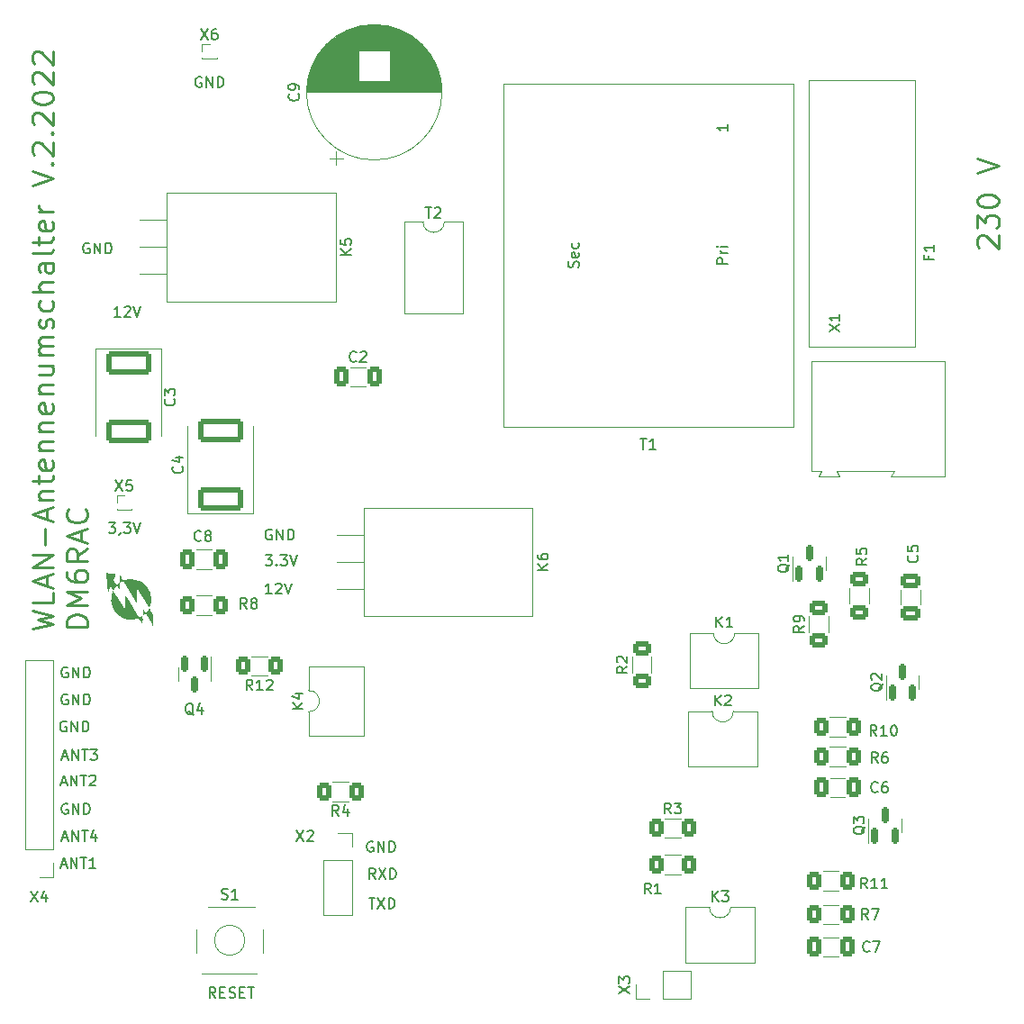
<source format=gto>
%TF.GenerationSoftware,KiCad,Pcbnew,(6.0.4-0)*%
%TF.CreationDate,2022-09-08T11:41:12+02:00*%
%TF.ProjectId,Antennenumschalter,416e7465-6e6e-4656-9e75-6d736368616c,rev?*%
%TF.SameCoordinates,Original*%
%TF.FileFunction,Legend,Top*%
%TF.FilePolarity,Positive*%
%FSLAX46Y46*%
G04 Gerber Fmt 4.6, Leading zero omitted, Abs format (unit mm)*
G04 Created by KiCad (PCBNEW (6.0.4-0)) date 2022-09-08 11:41:12*
%MOMM*%
%LPD*%
G01*
G04 APERTURE LIST*
G04 Aperture macros list*
%AMRoundRect*
0 Rectangle with rounded corners*
0 $1 Rounding radius*
0 $2 $3 $4 $5 $6 $7 $8 $9 X,Y pos of 4 corners*
0 Add a 4 corners polygon primitive as box body*
4,1,4,$2,$3,$4,$5,$6,$7,$8,$9,$2,$3,0*
0 Add four circle primitives for the rounded corners*
1,1,$1+$1,$2,$3*
1,1,$1+$1,$4,$5*
1,1,$1+$1,$6,$7*
1,1,$1+$1,$8,$9*
0 Add four rect primitives between the rounded corners*
20,1,$1+$1,$2,$3,$4,$5,0*
20,1,$1+$1,$4,$5,$6,$7,0*
20,1,$1+$1,$6,$7,$8,$9,0*
20,1,$1+$1,$8,$9,$2,$3,0*%
G04 Aperture macros list end*
%ADD10C,0.150000*%
%ADD11C,0.250000*%
%ADD12C,0.120000*%
%ADD13R,0.850000X0.850000*%
%ADD14R,1.700000X1.700000*%
%ADD15O,1.700000X1.700000*%
%ADD16R,1.780000X2.000000*%
%ADD17R,2.000000X1.780000*%
%ADD18RoundRect,0.250000X0.412500X0.650000X-0.412500X0.650000X-0.412500X-0.650000X0.412500X-0.650000X0*%
%ADD19RoundRect,0.250000X0.400000X0.625000X-0.400000X0.625000X-0.400000X-0.625000X0.400000X-0.625000X0*%
%ADD20RoundRect,0.250000X-0.400000X-0.625000X0.400000X-0.625000X0.400000X0.625000X-0.400000X0.625000X0*%
%ADD21C,5.600000*%
%ADD22RoundRect,0.250000X0.625000X-0.400000X0.625000X0.400000X-0.625000X0.400000X-0.625000X-0.400000X0*%
%ADD23RoundRect,0.250000X-0.625000X0.400000X-0.625000X-0.400000X0.625000X-0.400000X0.625000X0.400000X0*%
%ADD24RoundRect,0.250000X-1.875000X0.875000X-1.875000X-0.875000X1.875000X-0.875000X1.875000X0.875000X0*%
%ADD25RoundRect,0.250000X-0.412500X-0.650000X0.412500X-0.650000X0.412500X0.650000X-0.412500X0.650000X0*%
%ADD26RoundRect,0.150000X0.150000X-0.587500X0.150000X0.587500X-0.150000X0.587500X-0.150000X-0.587500X0*%
%ADD27C,1.524000*%
%ADD28RoundRect,0.250000X-0.650000X0.412500X-0.650000X-0.412500X0.650000X-0.412500X0.650000X0.412500X0*%
%ADD29R,2.400000X2.400000*%
%ADD30C,2.400000*%
%ADD31R,1.600000X1.600000*%
%ADD32O,1.600000X1.600000*%
%ADD33O,3.500000X3.500000*%
%ADD34R,2.000000X1.905000*%
%ADD35O,2.000000X1.905000*%
%ADD36R,3.960000X1.980000*%
%ADD37O,3.960000X1.980000*%
%ADD38RoundRect,0.150000X-0.150000X0.587500X-0.150000X-0.587500X0.150000X-0.587500X0.150000X0.587500X0*%
%ADD39C,1.700000*%
%ADD40C,3.000000*%
%ADD41RoundRect,0.250000X1.875000X-0.875000X1.875000X0.875000X-1.875000X0.875000X-1.875000X-0.875000X0*%
G04 APERTURE END LIST*
D10*
X69667619Y-147010380D02*
X69334285Y-146534190D01*
X69096190Y-147010380D02*
X69096190Y-146010380D01*
X69477142Y-146010380D01*
X69572380Y-146058000D01*
X69620000Y-146105619D01*
X69667619Y-146200857D01*
X69667619Y-146343714D01*
X69620000Y-146438952D01*
X69572380Y-146486571D01*
X69477142Y-146534190D01*
X69096190Y-146534190D01*
X70096190Y-146486571D02*
X70429523Y-146486571D01*
X70572380Y-147010380D02*
X70096190Y-147010380D01*
X70096190Y-146010380D01*
X70572380Y-146010380D01*
X70953333Y-146962761D02*
X71096190Y-147010380D01*
X71334285Y-147010380D01*
X71429523Y-146962761D01*
X71477142Y-146915142D01*
X71524761Y-146819904D01*
X71524761Y-146724666D01*
X71477142Y-146629428D01*
X71429523Y-146581809D01*
X71334285Y-146534190D01*
X71143809Y-146486571D01*
X71048571Y-146438952D01*
X71000952Y-146391333D01*
X70953333Y-146296095D01*
X70953333Y-146200857D01*
X71000952Y-146105619D01*
X71048571Y-146058000D01*
X71143809Y-146010380D01*
X71381904Y-146010380D01*
X71524761Y-146058000D01*
X71953333Y-146486571D02*
X72286666Y-146486571D01*
X72429523Y-147010380D02*
X71953333Y-147010380D01*
X71953333Y-146010380D01*
X72429523Y-146010380D01*
X72715238Y-146010380D02*
X73286666Y-146010380D01*
X73000952Y-147010380D02*
X73000952Y-146010380D01*
X59610809Y-102322380D02*
X60229857Y-102322380D01*
X59896523Y-102703333D01*
X60039380Y-102703333D01*
X60134619Y-102750952D01*
X60182238Y-102798571D01*
X60229857Y-102893809D01*
X60229857Y-103131904D01*
X60182238Y-103227142D01*
X60134619Y-103274761D01*
X60039380Y-103322380D01*
X59753666Y-103322380D01*
X59658428Y-103274761D01*
X59610809Y-103227142D01*
X60706047Y-103274761D02*
X60706047Y-103322380D01*
X60658428Y-103417619D01*
X60610809Y-103465238D01*
X61039380Y-102322380D02*
X61658428Y-102322380D01*
X61325095Y-102703333D01*
X61467952Y-102703333D01*
X61563190Y-102750952D01*
X61610809Y-102798571D01*
X61658428Y-102893809D01*
X61658428Y-103131904D01*
X61610809Y-103227142D01*
X61563190Y-103274761D01*
X61467952Y-103322380D01*
X61182238Y-103322380D01*
X61087000Y-103274761D01*
X61039380Y-103227142D01*
X61944142Y-102322380D02*
X62277476Y-103322380D01*
X62610809Y-102322380D01*
X68326095Y-60460000D02*
X68230857Y-60412380D01*
X68088000Y-60412380D01*
X67945142Y-60460000D01*
X67849904Y-60555238D01*
X67802285Y-60650476D01*
X67754666Y-60840952D01*
X67754666Y-60983809D01*
X67802285Y-61174285D01*
X67849904Y-61269523D01*
X67945142Y-61364761D01*
X68088000Y-61412380D01*
X68183238Y-61412380D01*
X68326095Y-61364761D01*
X68373714Y-61317142D01*
X68373714Y-60983809D01*
X68183238Y-60983809D01*
X68802285Y-61412380D02*
X68802285Y-60412380D01*
X69373714Y-61412380D01*
X69373714Y-60412380D01*
X69849904Y-61412380D02*
X69849904Y-60412380D01*
X70088000Y-60412380D01*
X70230857Y-60460000D01*
X70326095Y-60555238D01*
X70373714Y-60650476D01*
X70421333Y-60840952D01*
X70421333Y-60983809D01*
X70373714Y-61174285D01*
X70326095Y-61269523D01*
X70230857Y-61364761D01*
X70088000Y-61412380D01*
X69849904Y-61412380D01*
X84082095Y-137628380D02*
X84653523Y-137628380D01*
X84367809Y-138628380D02*
X84367809Y-137628380D01*
X84891619Y-137628380D02*
X85558285Y-138628380D01*
X85558285Y-137628380D02*
X84891619Y-138628380D01*
X85939238Y-138628380D02*
X85939238Y-137628380D01*
X86177333Y-137628380D01*
X86320190Y-137676000D01*
X86415428Y-137771238D01*
X86463047Y-137866476D01*
X86510666Y-138056952D01*
X86510666Y-138199809D01*
X86463047Y-138390285D01*
X86415428Y-138485523D01*
X86320190Y-138580761D01*
X86177333Y-138628380D01*
X85939238Y-138628380D01*
X84677333Y-135834380D02*
X84344000Y-135358190D01*
X84105904Y-135834380D02*
X84105904Y-134834380D01*
X84486857Y-134834380D01*
X84582095Y-134882000D01*
X84629714Y-134929619D01*
X84677333Y-135024857D01*
X84677333Y-135167714D01*
X84629714Y-135262952D01*
X84582095Y-135310571D01*
X84486857Y-135358190D01*
X84105904Y-135358190D01*
X85010666Y-134834380D02*
X85677333Y-135834380D01*
X85677333Y-134834380D02*
X85010666Y-135834380D01*
X86058285Y-135834380D02*
X86058285Y-134834380D01*
X86296380Y-134834380D01*
X86439238Y-134882000D01*
X86534476Y-134977238D01*
X86582095Y-135072476D01*
X86629714Y-135262952D01*
X86629714Y-135405809D01*
X86582095Y-135596285D01*
X86534476Y-135691523D01*
X86439238Y-135786761D01*
X86296380Y-135834380D01*
X86058285Y-135834380D01*
X84455095Y-132342000D02*
X84359857Y-132294380D01*
X84217000Y-132294380D01*
X84074142Y-132342000D01*
X83978904Y-132437238D01*
X83931285Y-132532476D01*
X83883666Y-132722952D01*
X83883666Y-132865809D01*
X83931285Y-133056285D01*
X83978904Y-133151523D01*
X84074142Y-133246761D01*
X84217000Y-133294380D01*
X84312238Y-133294380D01*
X84455095Y-133246761D01*
X84502714Y-133199142D01*
X84502714Y-132865809D01*
X84312238Y-132865809D01*
X84931285Y-133294380D02*
X84931285Y-132294380D01*
X85502714Y-133294380D01*
X85502714Y-132294380D01*
X85978904Y-133294380D02*
X85978904Y-132294380D01*
X86217000Y-132294380D01*
X86359857Y-132342000D01*
X86455095Y-132437238D01*
X86502714Y-132532476D01*
X86550333Y-132722952D01*
X86550333Y-132865809D01*
X86502714Y-133056285D01*
X86455095Y-133151523D01*
X86359857Y-133246761D01*
X86217000Y-133294380D01*
X85978904Y-133294380D01*
D11*
X141462238Y-76485238D02*
X141367000Y-76390000D01*
X141271761Y-76199523D01*
X141271761Y-75723333D01*
X141367000Y-75532857D01*
X141462238Y-75437619D01*
X141652714Y-75342380D01*
X141843190Y-75342380D01*
X142128904Y-75437619D01*
X143271761Y-76580476D01*
X143271761Y-75342380D01*
X141271761Y-74675714D02*
X141271761Y-73437619D01*
X142033666Y-74104285D01*
X142033666Y-73818571D01*
X142128904Y-73628095D01*
X142224142Y-73532857D01*
X142414619Y-73437619D01*
X142890809Y-73437619D01*
X143081285Y-73532857D01*
X143176523Y-73628095D01*
X143271761Y-73818571D01*
X143271761Y-74390000D01*
X143176523Y-74580476D01*
X143081285Y-74675714D01*
X141271761Y-72199523D02*
X141271761Y-72009047D01*
X141367000Y-71818571D01*
X141462238Y-71723333D01*
X141652714Y-71628095D01*
X142033666Y-71532857D01*
X142509857Y-71532857D01*
X142890809Y-71628095D01*
X143081285Y-71723333D01*
X143176523Y-71818571D01*
X143271761Y-72009047D01*
X143271761Y-72199523D01*
X143176523Y-72390000D01*
X143081285Y-72485238D01*
X142890809Y-72580476D01*
X142509857Y-72675714D01*
X142033666Y-72675714D01*
X141652714Y-72580476D01*
X141462238Y-72485238D01*
X141367000Y-72390000D01*
X141271761Y-72199523D01*
X141271761Y-69437619D02*
X143271761Y-68770952D01*
X141271761Y-68104285D01*
X52412761Y-112327785D02*
X54412761Y-111851595D01*
X52984190Y-111470642D01*
X54412761Y-111089690D01*
X52412761Y-110613500D01*
X54412761Y-108899214D02*
X54412761Y-109851595D01*
X52412761Y-109851595D01*
X53841333Y-108327785D02*
X53841333Y-107375404D01*
X54412761Y-108518261D02*
X52412761Y-107851595D01*
X54412761Y-107184928D01*
X54412761Y-106518261D02*
X52412761Y-106518261D01*
X54412761Y-105375404D01*
X52412761Y-105375404D01*
X53650857Y-104423023D02*
X53650857Y-102899214D01*
X53841333Y-102042071D02*
X53841333Y-101089690D01*
X54412761Y-102232547D02*
X52412761Y-101565880D01*
X54412761Y-100899214D01*
X53079428Y-100232547D02*
X54412761Y-100232547D01*
X53269904Y-100232547D02*
X53174666Y-100137309D01*
X53079428Y-99946833D01*
X53079428Y-99661119D01*
X53174666Y-99470642D01*
X53365142Y-99375404D01*
X54412761Y-99375404D01*
X53079428Y-98708738D02*
X53079428Y-97946833D01*
X52412761Y-98423023D02*
X54127047Y-98423023D01*
X54317523Y-98327785D01*
X54412761Y-98137309D01*
X54412761Y-97946833D01*
X54317523Y-96518261D02*
X54412761Y-96708738D01*
X54412761Y-97089690D01*
X54317523Y-97280166D01*
X54127047Y-97375404D01*
X53365142Y-97375404D01*
X53174666Y-97280166D01*
X53079428Y-97089690D01*
X53079428Y-96708738D01*
X53174666Y-96518261D01*
X53365142Y-96423023D01*
X53555619Y-96423023D01*
X53746095Y-97375404D01*
X53079428Y-95565880D02*
X54412761Y-95565880D01*
X53269904Y-95565880D02*
X53174666Y-95470642D01*
X53079428Y-95280166D01*
X53079428Y-94994452D01*
X53174666Y-94803976D01*
X53365142Y-94708738D01*
X54412761Y-94708738D01*
X53079428Y-93756357D02*
X54412761Y-93756357D01*
X53269904Y-93756357D02*
X53174666Y-93661119D01*
X53079428Y-93470642D01*
X53079428Y-93184928D01*
X53174666Y-92994452D01*
X53365142Y-92899214D01*
X54412761Y-92899214D01*
X54317523Y-91184928D02*
X54412761Y-91375404D01*
X54412761Y-91756357D01*
X54317523Y-91946833D01*
X54127047Y-92042071D01*
X53365142Y-92042071D01*
X53174666Y-91946833D01*
X53079428Y-91756357D01*
X53079428Y-91375404D01*
X53174666Y-91184928D01*
X53365142Y-91089690D01*
X53555619Y-91089690D01*
X53746095Y-92042071D01*
X53079428Y-90232547D02*
X54412761Y-90232547D01*
X53269904Y-90232547D02*
X53174666Y-90137309D01*
X53079428Y-89946833D01*
X53079428Y-89661119D01*
X53174666Y-89470642D01*
X53365142Y-89375404D01*
X54412761Y-89375404D01*
X53079428Y-87565880D02*
X54412761Y-87565880D01*
X53079428Y-88423023D02*
X54127047Y-88423023D01*
X54317523Y-88327785D01*
X54412761Y-88137309D01*
X54412761Y-87851595D01*
X54317523Y-87661119D01*
X54222285Y-87565880D01*
X54412761Y-86613500D02*
X53079428Y-86613500D01*
X53269904Y-86613500D02*
X53174666Y-86518261D01*
X53079428Y-86327785D01*
X53079428Y-86042071D01*
X53174666Y-85851595D01*
X53365142Y-85756357D01*
X54412761Y-85756357D01*
X53365142Y-85756357D02*
X53174666Y-85661119D01*
X53079428Y-85470642D01*
X53079428Y-85184928D01*
X53174666Y-84994452D01*
X53365142Y-84899214D01*
X54412761Y-84899214D01*
X54317523Y-84042071D02*
X54412761Y-83851595D01*
X54412761Y-83470642D01*
X54317523Y-83280166D01*
X54127047Y-83184928D01*
X54031809Y-83184928D01*
X53841333Y-83280166D01*
X53746095Y-83470642D01*
X53746095Y-83756357D01*
X53650857Y-83946833D01*
X53460380Y-84042071D01*
X53365142Y-84042071D01*
X53174666Y-83946833D01*
X53079428Y-83756357D01*
X53079428Y-83470642D01*
X53174666Y-83280166D01*
X54317523Y-81470642D02*
X54412761Y-81661119D01*
X54412761Y-82042071D01*
X54317523Y-82232547D01*
X54222285Y-82327785D01*
X54031809Y-82423023D01*
X53460380Y-82423023D01*
X53269904Y-82327785D01*
X53174666Y-82232547D01*
X53079428Y-82042071D01*
X53079428Y-81661119D01*
X53174666Y-81470642D01*
X54412761Y-80613500D02*
X52412761Y-80613500D01*
X54412761Y-79756357D02*
X53365142Y-79756357D01*
X53174666Y-79851595D01*
X53079428Y-80042071D01*
X53079428Y-80327785D01*
X53174666Y-80518261D01*
X53269904Y-80613500D01*
X54412761Y-77946833D02*
X53365142Y-77946833D01*
X53174666Y-78042071D01*
X53079428Y-78232547D01*
X53079428Y-78613500D01*
X53174666Y-78803976D01*
X54317523Y-77946833D02*
X54412761Y-78137309D01*
X54412761Y-78613500D01*
X54317523Y-78803976D01*
X54127047Y-78899214D01*
X53936571Y-78899214D01*
X53746095Y-78803976D01*
X53650857Y-78613500D01*
X53650857Y-78137309D01*
X53555619Y-77946833D01*
X54412761Y-76708738D02*
X54317523Y-76899214D01*
X54127047Y-76994452D01*
X52412761Y-76994452D01*
X53079428Y-76232547D02*
X53079428Y-75470642D01*
X52412761Y-75946833D02*
X54127047Y-75946833D01*
X54317523Y-75851595D01*
X54412761Y-75661119D01*
X54412761Y-75470642D01*
X54317523Y-74042071D02*
X54412761Y-74232547D01*
X54412761Y-74613500D01*
X54317523Y-74803976D01*
X54127047Y-74899214D01*
X53365142Y-74899214D01*
X53174666Y-74803976D01*
X53079428Y-74613500D01*
X53079428Y-74232547D01*
X53174666Y-74042071D01*
X53365142Y-73946833D01*
X53555619Y-73946833D01*
X53746095Y-74899214D01*
X54412761Y-73089690D02*
X53079428Y-73089690D01*
X53460380Y-73089690D02*
X53269904Y-72994452D01*
X53174666Y-72899214D01*
X53079428Y-72708738D01*
X53079428Y-72518261D01*
X52412761Y-70613500D02*
X54412761Y-69946833D01*
X52412761Y-69280166D01*
X54222285Y-68613500D02*
X54317523Y-68518261D01*
X54412761Y-68613500D01*
X54317523Y-68708738D01*
X54222285Y-68613500D01*
X54412761Y-68613500D01*
X52603238Y-67756357D02*
X52508000Y-67661119D01*
X52412761Y-67470642D01*
X52412761Y-66994452D01*
X52508000Y-66803976D01*
X52603238Y-66708738D01*
X52793714Y-66613500D01*
X52984190Y-66613500D01*
X53269904Y-66708738D01*
X54412761Y-67851595D01*
X54412761Y-66613500D01*
X54222285Y-65756357D02*
X54317523Y-65661119D01*
X54412761Y-65756357D01*
X54317523Y-65851595D01*
X54222285Y-65756357D01*
X54412761Y-65756357D01*
X52603238Y-64899214D02*
X52508000Y-64803976D01*
X52412761Y-64613500D01*
X52412761Y-64137309D01*
X52508000Y-63946833D01*
X52603238Y-63851595D01*
X52793714Y-63756357D01*
X52984190Y-63756357D01*
X53269904Y-63851595D01*
X54412761Y-64994452D01*
X54412761Y-63756357D01*
X52412761Y-62518261D02*
X52412761Y-62327785D01*
X52508000Y-62137309D01*
X52603238Y-62042071D01*
X52793714Y-61946833D01*
X53174666Y-61851595D01*
X53650857Y-61851595D01*
X54031809Y-61946833D01*
X54222285Y-62042071D01*
X54317523Y-62137309D01*
X54412761Y-62327785D01*
X54412761Y-62518261D01*
X54317523Y-62708738D01*
X54222285Y-62803976D01*
X54031809Y-62899214D01*
X53650857Y-62994452D01*
X53174666Y-62994452D01*
X52793714Y-62899214D01*
X52603238Y-62803976D01*
X52508000Y-62708738D01*
X52412761Y-62518261D01*
X52603238Y-61089690D02*
X52508000Y-60994452D01*
X52412761Y-60803976D01*
X52412761Y-60327785D01*
X52508000Y-60137309D01*
X52603238Y-60042071D01*
X52793714Y-59946833D01*
X52984190Y-59946833D01*
X53269904Y-60042071D01*
X54412761Y-61184928D01*
X54412761Y-59946833D01*
X52603238Y-59184928D02*
X52508000Y-59089690D01*
X52412761Y-58899214D01*
X52412761Y-58423023D01*
X52508000Y-58232547D01*
X52603238Y-58137309D01*
X52793714Y-58042071D01*
X52984190Y-58042071D01*
X53269904Y-58137309D01*
X54412761Y-59280166D01*
X54412761Y-58042071D01*
X57632761Y-112137309D02*
X55632761Y-112137309D01*
X55632761Y-111661119D01*
X55728000Y-111375404D01*
X55918476Y-111184928D01*
X56108952Y-111089690D01*
X56489904Y-110994452D01*
X56775619Y-110994452D01*
X57156571Y-111089690D01*
X57347047Y-111184928D01*
X57537523Y-111375404D01*
X57632761Y-111661119D01*
X57632761Y-112137309D01*
X57632761Y-110137309D02*
X55632761Y-110137309D01*
X57061333Y-109470642D01*
X55632761Y-108803976D01*
X57632761Y-108803976D01*
X55632761Y-106994452D02*
X55632761Y-107375404D01*
X55728000Y-107565880D01*
X55823238Y-107661119D01*
X56108952Y-107851595D01*
X56489904Y-107946833D01*
X57251809Y-107946833D01*
X57442285Y-107851595D01*
X57537523Y-107756357D01*
X57632761Y-107565880D01*
X57632761Y-107184928D01*
X57537523Y-106994452D01*
X57442285Y-106899214D01*
X57251809Y-106803976D01*
X56775619Y-106803976D01*
X56585142Y-106899214D01*
X56489904Y-106994452D01*
X56394666Y-107184928D01*
X56394666Y-107565880D01*
X56489904Y-107756357D01*
X56585142Y-107851595D01*
X56775619Y-107946833D01*
X57632761Y-104803976D02*
X56680380Y-105470642D01*
X57632761Y-105946833D02*
X55632761Y-105946833D01*
X55632761Y-105184928D01*
X55728000Y-104994452D01*
X55823238Y-104899214D01*
X56013714Y-104803976D01*
X56299428Y-104803976D01*
X56489904Y-104899214D01*
X56585142Y-104994452D01*
X56680380Y-105184928D01*
X56680380Y-105946833D01*
X57061333Y-104042071D02*
X57061333Y-103089690D01*
X57632761Y-104232547D02*
X55632761Y-103565880D01*
X57632761Y-102899214D01*
X57442285Y-101089690D02*
X57537523Y-101184928D01*
X57632761Y-101470642D01*
X57632761Y-101661119D01*
X57537523Y-101946833D01*
X57347047Y-102137309D01*
X57156571Y-102232547D01*
X56775619Y-102327785D01*
X56489904Y-102327785D01*
X56108952Y-102232547D01*
X55918476Y-102137309D01*
X55728000Y-101946833D01*
X55632761Y-101661119D01*
X55632761Y-101470642D01*
X55728000Y-101184928D01*
X55823238Y-101089690D01*
D10*
X57785095Y-76081000D02*
X57689857Y-76033380D01*
X57547000Y-76033380D01*
X57404142Y-76081000D01*
X57308904Y-76176238D01*
X57261285Y-76271476D01*
X57213666Y-76461952D01*
X57213666Y-76604809D01*
X57261285Y-76795285D01*
X57308904Y-76890523D01*
X57404142Y-76985761D01*
X57547000Y-77033380D01*
X57642238Y-77033380D01*
X57785095Y-76985761D01*
X57832714Y-76938142D01*
X57832714Y-76604809D01*
X57642238Y-76604809D01*
X58261285Y-77033380D02*
X58261285Y-76033380D01*
X58832714Y-77033380D01*
X58832714Y-76033380D01*
X59308904Y-77033380D02*
X59308904Y-76033380D01*
X59547000Y-76033380D01*
X59689857Y-76081000D01*
X59785095Y-76176238D01*
X59832714Y-76271476D01*
X59880333Y-76461952D01*
X59880333Y-76604809D01*
X59832714Y-76795285D01*
X59785095Y-76890523D01*
X59689857Y-76985761D01*
X59547000Y-77033380D01*
X59308904Y-77033380D01*
X55753095Y-118499000D02*
X55657857Y-118451380D01*
X55515000Y-118451380D01*
X55372142Y-118499000D01*
X55276904Y-118594238D01*
X55229285Y-118689476D01*
X55181666Y-118879952D01*
X55181666Y-119022809D01*
X55229285Y-119213285D01*
X55276904Y-119308523D01*
X55372142Y-119403761D01*
X55515000Y-119451380D01*
X55610238Y-119451380D01*
X55753095Y-119403761D01*
X55800714Y-119356142D01*
X55800714Y-119022809D01*
X55610238Y-119022809D01*
X56229285Y-119451380D02*
X56229285Y-118451380D01*
X56800714Y-119451380D01*
X56800714Y-118451380D01*
X57276904Y-119451380D02*
X57276904Y-118451380D01*
X57515000Y-118451380D01*
X57657857Y-118499000D01*
X57753095Y-118594238D01*
X57800714Y-118689476D01*
X57848333Y-118879952D01*
X57848333Y-119022809D01*
X57800714Y-119213285D01*
X57753095Y-119308523D01*
X57657857Y-119403761D01*
X57515000Y-119451380D01*
X57276904Y-119451380D01*
X55276952Y-124372666D02*
X55753142Y-124372666D01*
X55181714Y-124658380D02*
X55515047Y-123658380D01*
X55848380Y-124658380D01*
X56181714Y-124658380D02*
X56181714Y-123658380D01*
X56753142Y-124658380D01*
X56753142Y-123658380D01*
X57086476Y-123658380D02*
X57657904Y-123658380D01*
X57372190Y-124658380D02*
X57372190Y-123658380D01*
X57896000Y-123658380D02*
X58515047Y-123658380D01*
X58181714Y-124039333D01*
X58324571Y-124039333D01*
X58419809Y-124086952D01*
X58467428Y-124134571D01*
X58515047Y-124229809D01*
X58515047Y-124467904D01*
X58467428Y-124563142D01*
X58419809Y-124610761D01*
X58324571Y-124658380D01*
X58038857Y-124658380D01*
X57943619Y-124610761D01*
X57896000Y-124563142D01*
X74930095Y-103005000D02*
X74834857Y-102957380D01*
X74692000Y-102957380D01*
X74549142Y-103005000D01*
X74453904Y-103100238D01*
X74406285Y-103195476D01*
X74358666Y-103385952D01*
X74358666Y-103528809D01*
X74406285Y-103719285D01*
X74453904Y-103814523D01*
X74549142Y-103909761D01*
X74692000Y-103957380D01*
X74787238Y-103957380D01*
X74930095Y-103909761D01*
X74977714Y-103862142D01*
X74977714Y-103528809D01*
X74787238Y-103528809D01*
X75406285Y-103957380D02*
X75406285Y-102957380D01*
X75977714Y-103957380D01*
X75977714Y-102957380D01*
X76453904Y-103957380D02*
X76453904Y-102957380D01*
X76692000Y-102957380D01*
X76834857Y-103005000D01*
X76930095Y-103100238D01*
X76977714Y-103195476D01*
X77025333Y-103385952D01*
X77025333Y-103528809D01*
X76977714Y-103719285D01*
X76930095Y-103814523D01*
X76834857Y-103909761D01*
X76692000Y-103957380D01*
X76453904Y-103957380D01*
X55149952Y-134532666D02*
X55626142Y-134532666D01*
X55054714Y-134818380D02*
X55388047Y-133818380D01*
X55721380Y-134818380D01*
X56054714Y-134818380D02*
X56054714Y-133818380D01*
X56626142Y-134818380D01*
X56626142Y-133818380D01*
X56959476Y-133818380D02*
X57530904Y-133818380D01*
X57245190Y-134818380D02*
X57245190Y-133818380D01*
X58388047Y-134818380D02*
X57816619Y-134818380D01*
X58102333Y-134818380D02*
X58102333Y-133818380D01*
X58007095Y-133961238D01*
X57911857Y-134056476D01*
X57816619Y-134104095D01*
X55149952Y-126785666D02*
X55626142Y-126785666D01*
X55054714Y-127071380D02*
X55388047Y-126071380D01*
X55721380Y-127071380D01*
X56054714Y-127071380D02*
X56054714Y-126071380D01*
X56626142Y-127071380D01*
X56626142Y-126071380D01*
X56959476Y-126071380D02*
X57530904Y-126071380D01*
X57245190Y-127071380D02*
X57245190Y-126071380D01*
X57816619Y-126166619D02*
X57864238Y-126119000D01*
X57959476Y-126071380D01*
X58197571Y-126071380D01*
X58292809Y-126119000D01*
X58340428Y-126166619D01*
X58388047Y-126261857D01*
X58388047Y-126357095D01*
X58340428Y-126499952D01*
X57769000Y-127071380D01*
X58388047Y-127071380D01*
X55626095Y-121039000D02*
X55530857Y-120991380D01*
X55388000Y-120991380D01*
X55245142Y-121039000D01*
X55149904Y-121134238D01*
X55102285Y-121229476D01*
X55054666Y-121419952D01*
X55054666Y-121562809D01*
X55102285Y-121753285D01*
X55149904Y-121848523D01*
X55245142Y-121943761D01*
X55388000Y-121991380D01*
X55483238Y-121991380D01*
X55626095Y-121943761D01*
X55673714Y-121896142D01*
X55673714Y-121562809D01*
X55483238Y-121562809D01*
X56102285Y-121991380D02*
X56102285Y-120991380D01*
X56673714Y-121991380D01*
X56673714Y-120991380D01*
X57149904Y-121991380D02*
X57149904Y-120991380D01*
X57388000Y-120991380D01*
X57530857Y-121039000D01*
X57626095Y-121134238D01*
X57673714Y-121229476D01*
X57721333Y-121419952D01*
X57721333Y-121562809D01*
X57673714Y-121753285D01*
X57626095Y-121848523D01*
X57530857Y-121943761D01*
X57388000Y-121991380D01*
X57149904Y-121991380D01*
X55753095Y-128786000D02*
X55657857Y-128738380D01*
X55515000Y-128738380D01*
X55372142Y-128786000D01*
X55276904Y-128881238D01*
X55229285Y-128976476D01*
X55181666Y-129166952D01*
X55181666Y-129309809D01*
X55229285Y-129500285D01*
X55276904Y-129595523D01*
X55372142Y-129690761D01*
X55515000Y-129738380D01*
X55610238Y-129738380D01*
X55753095Y-129690761D01*
X55800714Y-129643142D01*
X55800714Y-129309809D01*
X55610238Y-129309809D01*
X56229285Y-129738380D02*
X56229285Y-128738380D01*
X56800714Y-129738380D01*
X56800714Y-128738380D01*
X57276904Y-129738380D02*
X57276904Y-128738380D01*
X57515000Y-128738380D01*
X57657857Y-128786000D01*
X57753095Y-128881238D01*
X57800714Y-128976476D01*
X57848333Y-129166952D01*
X57848333Y-129309809D01*
X57800714Y-129500285D01*
X57753095Y-129595523D01*
X57657857Y-129690761D01*
X57515000Y-129738380D01*
X57276904Y-129738380D01*
X55276952Y-131992666D02*
X55753142Y-131992666D01*
X55181714Y-132278380D02*
X55515047Y-131278380D01*
X55848380Y-132278380D01*
X56181714Y-132278380D02*
X56181714Y-131278380D01*
X56753142Y-132278380D01*
X56753142Y-131278380D01*
X57086476Y-131278380D02*
X57657904Y-131278380D01*
X57372190Y-132278380D02*
X57372190Y-131278380D01*
X58419809Y-131611714D02*
X58419809Y-132278380D01*
X58181714Y-131230761D02*
X57943619Y-131945047D01*
X58562666Y-131945047D01*
X55753095Y-115959000D02*
X55657857Y-115911380D01*
X55515000Y-115911380D01*
X55372142Y-115959000D01*
X55276904Y-116054238D01*
X55229285Y-116149476D01*
X55181666Y-116339952D01*
X55181666Y-116482809D01*
X55229285Y-116673285D01*
X55276904Y-116768523D01*
X55372142Y-116863761D01*
X55515000Y-116911380D01*
X55610238Y-116911380D01*
X55753095Y-116863761D01*
X55800714Y-116816142D01*
X55800714Y-116482809D01*
X55610238Y-116482809D01*
X56229285Y-116911380D02*
X56229285Y-115911380D01*
X56800714Y-116911380D01*
X56800714Y-115911380D01*
X57276904Y-116911380D02*
X57276904Y-115911380D01*
X57515000Y-115911380D01*
X57657857Y-115959000D01*
X57753095Y-116054238D01*
X57800714Y-116149476D01*
X57848333Y-116339952D01*
X57848333Y-116482809D01*
X57800714Y-116673285D01*
X57753095Y-116768523D01*
X57657857Y-116863761D01*
X57515000Y-116911380D01*
X57276904Y-116911380D01*
X74945952Y-109037380D02*
X74374523Y-109037380D01*
X74660238Y-109037380D02*
X74660238Y-108037380D01*
X74565000Y-108180238D01*
X74469761Y-108275476D01*
X74374523Y-108323095D01*
X75326904Y-108132619D02*
X75374523Y-108085000D01*
X75469761Y-108037380D01*
X75707857Y-108037380D01*
X75803095Y-108085000D01*
X75850714Y-108132619D01*
X75898333Y-108227857D01*
X75898333Y-108323095D01*
X75850714Y-108465952D01*
X75279285Y-109037380D01*
X75898333Y-109037380D01*
X76184047Y-108037380D02*
X76517380Y-109037380D01*
X76850714Y-108037380D01*
X60721952Y-83002380D02*
X60150523Y-83002380D01*
X60436238Y-83002380D02*
X60436238Y-82002380D01*
X60341000Y-82145238D01*
X60245761Y-82240476D01*
X60150523Y-82288095D01*
X61102904Y-82097619D02*
X61150523Y-82050000D01*
X61245761Y-82002380D01*
X61483857Y-82002380D01*
X61579095Y-82050000D01*
X61626714Y-82097619D01*
X61674333Y-82192857D01*
X61674333Y-82288095D01*
X61626714Y-82430952D01*
X61055285Y-83002380D01*
X61674333Y-83002380D01*
X61960047Y-82002380D02*
X62293380Y-83002380D01*
X62626714Y-82002380D01*
X74342809Y-105370380D02*
X74961857Y-105370380D01*
X74628523Y-105751333D01*
X74771380Y-105751333D01*
X74866619Y-105798952D01*
X74914238Y-105846571D01*
X74961857Y-105941809D01*
X74961857Y-106179904D01*
X74914238Y-106275142D01*
X74866619Y-106322761D01*
X74771380Y-106370380D01*
X74485666Y-106370380D01*
X74390428Y-106322761D01*
X74342809Y-106275142D01*
X75390428Y-106275142D02*
X75438047Y-106322761D01*
X75390428Y-106370380D01*
X75342809Y-106322761D01*
X75390428Y-106275142D01*
X75390428Y-106370380D01*
X75771380Y-105370380D02*
X76390428Y-105370380D01*
X76057095Y-105751333D01*
X76199952Y-105751333D01*
X76295190Y-105798952D01*
X76342809Y-105846571D01*
X76390428Y-105941809D01*
X76390428Y-106179904D01*
X76342809Y-106275142D01*
X76295190Y-106322761D01*
X76199952Y-106370380D01*
X75914238Y-106370380D01*
X75819000Y-106322761D01*
X75771380Y-106275142D01*
X76676142Y-105370380D02*
X77009476Y-106370380D01*
X77342809Y-105370380D01*
X68278476Y-55931380D02*
X68945142Y-56931380D01*
X68945142Y-55931380D02*
X68278476Y-56931380D01*
X69754666Y-55931380D02*
X69564190Y-55931380D01*
X69468952Y-55979000D01*
X69421333Y-56026619D01*
X69326095Y-56169476D01*
X69278476Y-56359952D01*
X69278476Y-56740904D01*
X69326095Y-56836142D01*
X69373714Y-56883761D01*
X69468952Y-56931380D01*
X69659428Y-56931380D01*
X69754666Y-56883761D01*
X69802285Y-56836142D01*
X69849904Y-56740904D01*
X69849904Y-56502809D01*
X69802285Y-56407571D01*
X69754666Y-56359952D01*
X69659428Y-56312333D01*
X69468952Y-56312333D01*
X69373714Y-56359952D01*
X69326095Y-56407571D01*
X69278476Y-56502809D01*
X60277476Y-98349380D02*
X60944142Y-99349380D01*
X60944142Y-98349380D02*
X60277476Y-99349380D01*
X61801285Y-98349380D02*
X61325095Y-98349380D01*
X61277476Y-98825571D01*
X61325095Y-98777952D01*
X61420333Y-98730333D01*
X61658428Y-98730333D01*
X61753666Y-98777952D01*
X61801285Y-98825571D01*
X61848904Y-98920809D01*
X61848904Y-99158904D01*
X61801285Y-99254142D01*
X61753666Y-99301761D01*
X61658428Y-99349380D01*
X61420333Y-99349380D01*
X61325095Y-99301761D01*
X61277476Y-99254142D01*
X77295476Y-131278380D02*
X77962142Y-132278380D01*
X77962142Y-131278380D02*
X77295476Y-132278380D01*
X78295476Y-131373619D02*
X78343095Y-131326000D01*
X78438333Y-131278380D01*
X78676428Y-131278380D01*
X78771666Y-131326000D01*
X78819285Y-131373619D01*
X78866904Y-131468857D01*
X78866904Y-131564095D01*
X78819285Y-131706952D01*
X78247857Y-132278380D01*
X78866904Y-132278380D01*
X77878380Y-119864095D02*
X76878380Y-119864095D01*
X77878380Y-119292666D02*
X77306952Y-119721238D01*
X76878380Y-119292666D02*
X77449809Y-119864095D01*
X77211714Y-118435523D02*
X77878380Y-118435523D01*
X76830761Y-118673619D02*
X77545047Y-118911714D01*
X77545047Y-118292666D01*
X116355904Y-137949380D02*
X116355904Y-136949380D01*
X116927333Y-137949380D02*
X116498761Y-137377952D01*
X116927333Y-136949380D02*
X116355904Y-137520809D01*
X117260666Y-136949380D02*
X117879714Y-136949380D01*
X117546380Y-137330333D01*
X117689238Y-137330333D01*
X117784476Y-137377952D01*
X117832095Y-137425571D01*
X117879714Y-137520809D01*
X117879714Y-137758904D01*
X117832095Y-137854142D01*
X117784476Y-137901761D01*
X117689238Y-137949380D01*
X117403523Y-137949380D01*
X117308285Y-137901761D01*
X117260666Y-137854142D01*
X116609904Y-119534380D02*
X116609904Y-118534380D01*
X117181333Y-119534380D02*
X116752761Y-118962952D01*
X117181333Y-118534380D02*
X116609904Y-119105809D01*
X117562285Y-118629619D02*
X117609904Y-118582000D01*
X117705142Y-118534380D01*
X117943238Y-118534380D01*
X118038476Y-118582000D01*
X118086095Y-118629619D01*
X118133714Y-118724857D01*
X118133714Y-118820095D01*
X118086095Y-118962952D01*
X117514666Y-119534380D01*
X118133714Y-119534380D01*
X116736904Y-112168380D02*
X116736904Y-111168380D01*
X117308333Y-112168380D02*
X116879761Y-111596952D01*
X117308333Y-111168380D02*
X116736904Y-111739809D01*
X118260714Y-112168380D02*
X117689285Y-112168380D01*
X117975000Y-112168380D02*
X117975000Y-111168380D01*
X117879761Y-111311238D01*
X117784523Y-111406476D01*
X117689285Y-111454095D01*
X131151333Y-142597142D02*
X131103714Y-142644761D01*
X130960857Y-142692380D01*
X130865619Y-142692380D01*
X130722761Y-142644761D01*
X130627523Y-142549523D01*
X130579904Y-142454285D01*
X130532285Y-142263809D01*
X130532285Y-142120952D01*
X130579904Y-141930476D01*
X130627523Y-141835238D01*
X130722761Y-141740000D01*
X130865619Y-141692380D01*
X130960857Y-141692380D01*
X131103714Y-141740000D01*
X131151333Y-141787619D01*
X131484666Y-141692380D02*
X132151333Y-141692380D01*
X131722761Y-142692380D01*
X52276476Y-136993380D02*
X52943142Y-137993380D01*
X52943142Y-136993380D02*
X52276476Y-137993380D01*
X53752666Y-137326714D02*
X53752666Y-137993380D01*
X53514571Y-136945761D02*
X53276476Y-137660047D01*
X53895523Y-137660047D01*
X131024333Y-139644380D02*
X130691000Y-139168190D01*
X130452904Y-139644380D02*
X130452904Y-138644380D01*
X130833857Y-138644380D01*
X130929095Y-138692000D01*
X130976714Y-138739619D01*
X131024333Y-138834857D01*
X131024333Y-138977714D01*
X130976714Y-139072952D01*
X130929095Y-139120571D01*
X130833857Y-139168190D01*
X130452904Y-139168190D01*
X131357666Y-138644380D02*
X132024333Y-138644380D01*
X131595761Y-139644380D01*
X112482333Y-129696380D02*
X112149000Y-129220190D01*
X111910904Y-129696380D02*
X111910904Y-128696380D01*
X112291857Y-128696380D01*
X112387095Y-128744000D01*
X112434714Y-128791619D01*
X112482333Y-128886857D01*
X112482333Y-129029714D01*
X112434714Y-129124952D01*
X112387095Y-129172571D01*
X112291857Y-129220190D01*
X111910904Y-129220190D01*
X112815666Y-128696380D02*
X113434714Y-128696380D01*
X113101380Y-129077333D01*
X113244238Y-129077333D01*
X113339476Y-129124952D01*
X113387095Y-129172571D01*
X113434714Y-129267809D01*
X113434714Y-129505904D01*
X113387095Y-129601142D01*
X113339476Y-129648761D01*
X113244238Y-129696380D01*
X112958523Y-129696380D01*
X112863285Y-129648761D01*
X112815666Y-129601142D01*
X124997380Y-112053666D02*
X124521190Y-112387000D01*
X124997380Y-112625095D02*
X123997380Y-112625095D01*
X123997380Y-112244142D01*
X124045000Y-112148904D01*
X124092619Y-112101285D01*
X124187857Y-112053666D01*
X124330714Y-112053666D01*
X124425952Y-112101285D01*
X124473571Y-112148904D01*
X124521190Y-112244142D01*
X124521190Y-112625095D01*
X124997380Y-111577476D02*
X124997380Y-111387000D01*
X124949761Y-111291761D01*
X124902142Y-111244142D01*
X124759285Y-111148904D01*
X124568809Y-111101285D01*
X124187857Y-111101285D01*
X124092619Y-111148904D01*
X124045000Y-111196523D01*
X123997380Y-111291761D01*
X123997380Y-111482238D01*
X124045000Y-111577476D01*
X124092619Y-111625095D01*
X124187857Y-111672714D01*
X124425952Y-111672714D01*
X124521190Y-111625095D01*
X124568809Y-111577476D01*
X124616428Y-111482238D01*
X124616428Y-111291761D01*
X124568809Y-111196523D01*
X124521190Y-111148904D01*
X124425952Y-111101285D01*
X108360380Y-115863666D02*
X107884190Y-116197000D01*
X108360380Y-116435095D02*
X107360380Y-116435095D01*
X107360380Y-116054142D01*
X107408000Y-115958904D01*
X107455619Y-115911285D01*
X107550857Y-115863666D01*
X107693714Y-115863666D01*
X107788952Y-115911285D01*
X107836571Y-115958904D01*
X107884190Y-116054142D01*
X107884190Y-116435095D01*
X107455619Y-115482714D02*
X107408000Y-115435095D01*
X107360380Y-115339857D01*
X107360380Y-115101761D01*
X107408000Y-115006523D01*
X107455619Y-114958904D01*
X107550857Y-114911285D01*
X107646095Y-114911285D01*
X107788952Y-114958904D01*
X108360380Y-115530333D01*
X108360380Y-114911285D01*
X130881380Y-105703666D02*
X130405190Y-106037000D01*
X130881380Y-106275095D02*
X129881380Y-106275095D01*
X129881380Y-105894142D01*
X129929000Y-105798904D01*
X129976619Y-105751285D01*
X130071857Y-105703666D01*
X130214714Y-105703666D01*
X130309952Y-105751285D01*
X130357571Y-105798904D01*
X130405190Y-105894142D01*
X130405190Y-106275095D01*
X129881380Y-104798904D02*
X129881380Y-105275095D01*
X130357571Y-105322714D01*
X130309952Y-105275095D01*
X130262333Y-105179857D01*
X130262333Y-104941761D01*
X130309952Y-104846523D01*
X130357571Y-104798904D01*
X130452809Y-104751285D01*
X130690904Y-104751285D01*
X130786142Y-104798904D01*
X130833761Y-104846523D01*
X130881380Y-104941761D01*
X130881380Y-105179857D01*
X130833761Y-105275095D01*
X130786142Y-105322714D01*
X130929142Y-136723380D02*
X130595809Y-136247190D01*
X130357714Y-136723380D02*
X130357714Y-135723380D01*
X130738666Y-135723380D01*
X130833904Y-135771000D01*
X130881523Y-135818619D01*
X130929142Y-135913857D01*
X130929142Y-136056714D01*
X130881523Y-136151952D01*
X130833904Y-136199571D01*
X130738666Y-136247190D01*
X130357714Y-136247190D01*
X131881523Y-136723380D02*
X131310095Y-136723380D01*
X131595809Y-136723380D02*
X131595809Y-135723380D01*
X131500571Y-135866238D01*
X131405333Y-135961476D01*
X131310095Y-136009095D01*
X132833904Y-136723380D02*
X132262476Y-136723380D01*
X132548190Y-136723380D02*
X132548190Y-135723380D01*
X132452952Y-135866238D01*
X132357714Y-135961476D01*
X132262476Y-136009095D01*
X65775142Y-90717666D02*
X65822761Y-90765285D01*
X65870380Y-90908142D01*
X65870380Y-91003380D01*
X65822761Y-91146238D01*
X65727523Y-91241476D01*
X65632285Y-91289095D01*
X65441809Y-91336714D01*
X65298952Y-91336714D01*
X65108476Y-91289095D01*
X65013238Y-91241476D01*
X64918000Y-91146238D01*
X64870380Y-91003380D01*
X64870380Y-90908142D01*
X64918000Y-90765285D01*
X64965619Y-90717666D01*
X64870380Y-90384333D02*
X64870380Y-89765285D01*
X65251333Y-90098619D01*
X65251333Y-89955761D01*
X65298952Y-89860523D01*
X65346571Y-89812904D01*
X65441809Y-89765285D01*
X65679904Y-89765285D01*
X65775142Y-89812904D01*
X65822761Y-89860523D01*
X65870380Y-89955761D01*
X65870380Y-90241476D01*
X65822761Y-90336714D01*
X65775142Y-90384333D01*
X68286333Y-103989142D02*
X68238714Y-104036761D01*
X68095857Y-104084380D01*
X68000619Y-104084380D01*
X67857761Y-104036761D01*
X67762523Y-103941523D01*
X67714904Y-103846285D01*
X67667285Y-103655809D01*
X67667285Y-103512952D01*
X67714904Y-103322476D01*
X67762523Y-103227238D01*
X67857761Y-103132000D01*
X68000619Y-103084380D01*
X68095857Y-103084380D01*
X68238714Y-103132000D01*
X68286333Y-103179619D01*
X68857761Y-103512952D02*
X68762523Y-103465333D01*
X68714904Y-103417714D01*
X68667285Y-103322476D01*
X68667285Y-103274857D01*
X68714904Y-103179619D01*
X68762523Y-103132000D01*
X68857761Y-103084380D01*
X69048238Y-103084380D01*
X69143476Y-103132000D01*
X69191095Y-103179619D01*
X69238714Y-103274857D01*
X69238714Y-103322476D01*
X69191095Y-103417714D01*
X69143476Y-103465333D01*
X69048238Y-103512952D01*
X68857761Y-103512952D01*
X68762523Y-103560571D01*
X68714904Y-103608190D01*
X68667285Y-103703428D01*
X68667285Y-103893904D01*
X68714904Y-103989142D01*
X68762523Y-104036761D01*
X68857761Y-104084380D01*
X69048238Y-104084380D01*
X69143476Y-104036761D01*
X69191095Y-103989142D01*
X69238714Y-103893904D01*
X69238714Y-103703428D01*
X69191095Y-103608190D01*
X69143476Y-103560571D01*
X69048238Y-103512952D01*
X72604333Y-110434380D02*
X72271000Y-109958190D01*
X72032904Y-110434380D02*
X72032904Y-109434380D01*
X72413857Y-109434380D01*
X72509095Y-109482000D01*
X72556714Y-109529619D01*
X72604333Y-109624857D01*
X72604333Y-109767714D01*
X72556714Y-109862952D01*
X72509095Y-109910571D01*
X72413857Y-109958190D01*
X72032904Y-109958190D01*
X73175761Y-109862952D02*
X73080523Y-109815333D01*
X73032904Y-109767714D01*
X72985285Y-109672476D01*
X72985285Y-109624857D01*
X73032904Y-109529619D01*
X73080523Y-109482000D01*
X73175761Y-109434380D01*
X73366238Y-109434380D01*
X73461476Y-109482000D01*
X73509095Y-109529619D01*
X73556714Y-109624857D01*
X73556714Y-109672476D01*
X73509095Y-109767714D01*
X73461476Y-109815333D01*
X73366238Y-109862952D01*
X73175761Y-109862952D01*
X73080523Y-109910571D01*
X73032904Y-109958190D01*
X72985285Y-110053428D01*
X72985285Y-110243904D01*
X73032904Y-110339142D01*
X73080523Y-110386761D01*
X73175761Y-110434380D01*
X73366238Y-110434380D01*
X73461476Y-110386761D01*
X73509095Y-110339142D01*
X73556714Y-110243904D01*
X73556714Y-110053428D01*
X73509095Y-109958190D01*
X73461476Y-109910571D01*
X73366238Y-109862952D01*
X130735619Y-130905238D02*
X130688000Y-131000476D01*
X130592761Y-131095714D01*
X130449904Y-131238571D01*
X130402285Y-131333809D01*
X130402285Y-131429047D01*
X130640380Y-131381428D02*
X130592761Y-131476666D01*
X130497523Y-131571904D01*
X130307047Y-131619523D01*
X129973714Y-131619523D01*
X129783238Y-131571904D01*
X129688000Y-131476666D01*
X129640380Y-131381428D01*
X129640380Y-131190952D01*
X129688000Y-131095714D01*
X129783238Y-131000476D01*
X129973714Y-130952857D01*
X130307047Y-130952857D01*
X130497523Y-131000476D01*
X130592761Y-131095714D01*
X130640380Y-131190952D01*
X130640380Y-131381428D01*
X129640380Y-130619523D02*
X129640380Y-130000476D01*
X130021333Y-130333809D01*
X130021333Y-130190952D01*
X130068952Y-130095714D01*
X130116571Y-130048095D01*
X130211809Y-130000476D01*
X130449904Y-130000476D01*
X130545142Y-130048095D01*
X130592761Y-130095714D01*
X130640380Y-130190952D01*
X130640380Y-130476666D01*
X130592761Y-130571904D01*
X130545142Y-130619523D01*
X136707571Y-77295333D02*
X136707571Y-77628666D01*
X137231380Y-77628666D02*
X136231380Y-77628666D01*
X136231380Y-77152476D01*
X137231380Y-76247714D02*
X137231380Y-76819142D01*
X137231380Y-76533428D02*
X136231380Y-76533428D01*
X136374238Y-76628666D01*
X136469476Y-76723904D01*
X136517095Y-76819142D01*
X81240333Y-129907380D02*
X80907000Y-129431190D01*
X80668904Y-129907380D02*
X80668904Y-128907380D01*
X81049857Y-128907380D01*
X81145095Y-128955000D01*
X81192714Y-129002619D01*
X81240333Y-129097857D01*
X81240333Y-129240714D01*
X81192714Y-129335952D01*
X81145095Y-129383571D01*
X81049857Y-129431190D01*
X80668904Y-129431190D01*
X82097476Y-129240714D02*
X82097476Y-129907380D01*
X81859380Y-128859761D02*
X81621285Y-129574047D01*
X82240333Y-129574047D01*
X135612142Y-105449666D02*
X135659761Y-105497285D01*
X135707380Y-105640142D01*
X135707380Y-105735380D01*
X135659761Y-105878238D01*
X135564523Y-105973476D01*
X135469285Y-106021095D01*
X135278809Y-106068714D01*
X135135952Y-106068714D01*
X134945476Y-106021095D01*
X134850238Y-105973476D01*
X134755000Y-105878238D01*
X134707380Y-105735380D01*
X134707380Y-105640142D01*
X134755000Y-105497285D01*
X134802619Y-105449666D01*
X134707380Y-104544904D02*
X134707380Y-105021095D01*
X135183571Y-105068714D01*
X135135952Y-105021095D01*
X135088333Y-104925857D01*
X135088333Y-104687761D01*
X135135952Y-104592523D01*
X135183571Y-104544904D01*
X135278809Y-104497285D01*
X135516904Y-104497285D01*
X135612142Y-104544904D01*
X135659761Y-104592523D01*
X135707380Y-104687761D01*
X135707380Y-104925857D01*
X135659761Y-105021095D01*
X135612142Y-105068714D01*
X110577333Y-137231380D02*
X110244000Y-136755190D01*
X110005904Y-137231380D02*
X110005904Y-136231380D01*
X110386857Y-136231380D01*
X110482095Y-136279000D01*
X110529714Y-136326619D01*
X110577333Y-136421857D01*
X110577333Y-136564714D01*
X110529714Y-136659952D01*
X110482095Y-136707571D01*
X110386857Y-136755190D01*
X110005904Y-136755190D01*
X111529714Y-137231380D02*
X110958285Y-137231380D01*
X111244000Y-137231380D02*
X111244000Y-136231380D01*
X111148761Y-136374238D01*
X111053523Y-136469476D01*
X110958285Y-136517095D01*
X132386619Y-117443238D02*
X132339000Y-117538476D01*
X132243761Y-117633714D01*
X132100904Y-117776571D01*
X132053285Y-117871809D01*
X132053285Y-117967047D01*
X132291380Y-117919428D02*
X132243761Y-118014666D01*
X132148523Y-118109904D01*
X131958047Y-118157523D01*
X131624714Y-118157523D01*
X131434238Y-118109904D01*
X131339000Y-118014666D01*
X131291380Y-117919428D01*
X131291380Y-117728952D01*
X131339000Y-117633714D01*
X131434238Y-117538476D01*
X131624714Y-117490857D01*
X131958047Y-117490857D01*
X132148523Y-117538476D01*
X132243761Y-117633714D01*
X132291380Y-117728952D01*
X132291380Y-117919428D01*
X131386619Y-117109904D02*
X131339000Y-117062285D01*
X131291380Y-116967047D01*
X131291380Y-116728952D01*
X131339000Y-116633714D01*
X131386619Y-116586095D01*
X131481857Y-116538476D01*
X131577095Y-116538476D01*
X131719952Y-116586095D01*
X132291380Y-117157523D01*
X132291380Y-116538476D01*
X77439142Y-62055666D02*
X77486761Y-62103285D01*
X77534380Y-62246142D01*
X77534380Y-62341380D01*
X77486761Y-62484238D01*
X77391523Y-62579476D01*
X77296285Y-62627095D01*
X77105809Y-62674714D01*
X76962952Y-62674714D01*
X76772476Y-62627095D01*
X76677238Y-62579476D01*
X76582000Y-62484238D01*
X76534380Y-62341380D01*
X76534380Y-62246142D01*
X76582000Y-62103285D01*
X76629619Y-62055666D01*
X77534380Y-61579476D02*
X77534380Y-61389000D01*
X77486761Y-61293761D01*
X77439142Y-61246142D01*
X77296285Y-61150904D01*
X77105809Y-61103285D01*
X76724857Y-61103285D01*
X76629619Y-61150904D01*
X76582000Y-61198523D01*
X76534380Y-61293761D01*
X76534380Y-61484238D01*
X76582000Y-61579476D01*
X76629619Y-61627095D01*
X76724857Y-61674714D01*
X76962952Y-61674714D01*
X77058190Y-61627095D01*
X77105809Y-61579476D01*
X77153428Y-61484238D01*
X77153428Y-61293761D01*
X77105809Y-61198523D01*
X77058190Y-61150904D01*
X76962952Y-61103285D01*
X89398095Y-72711380D02*
X89969523Y-72711380D01*
X89683809Y-73711380D02*
X89683809Y-72711380D01*
X90255238Y-72806619D02*
X90302857Y-72759000D01*
X90398095Y-72711380D01*
X90636190Y-72711380D01*
X90731428Y-72759000D01*
X90779047Y-72806619D01*
X90826666Y-72901857D01*
X90826666Y-72997095D01*
X90779047Y-73139952D01*
X90207619Y-73711380D01*
X90826666Y-73711380D01*
X131913333Y-127611142D02*
X131865714Y-127658761D01*
X131722857Y-127706380D01*
X131627619Y-127706380D01*
X131484761Y-127658761D01*
X131389523Y-127563523D01*
X131341904Y-127468285D01*
X131294285Y-127277809D01*
X131294285Y-127134952D01*
X131341904Y-126944476D01*
X131389523Y-126849238D01*
X131484761Y-126754000D01*
X131627619Y-126706380D01*
X131722857Y-126706380D01*
X131865714Y-126754000D01*
X131913333Y-126801619D01*
X132770476Y-126706380D02*
X132580000Y-126706380D01*
X132484761Y-126754000D01*
X132437142Y-126801619D01*
X132341904Y-126944476D01*
X132294285Y-127134952D01*
X132294285Y-127515904D01*
X132341904Y-127611142D01*
X132389523Y-127658761D01*
X132484761Y-127706380D01*
X132675238Y-127706380D01*
X132770476Y-127658761D01*
X132818095Y-127611142D01*
X132865714Y-127515904D01*
X132865714Y-127277809D01*
X132818095Y-127182571D01*
X132770476Y-127134952D01*
X132675238Y-127087333D01*
X132484761Y-127087333D01*
X132389523Y-127134952D01*
X132341904Y-127182571D01*
X132294285Y-127277809D01*
X82414380Y-77192095D02*
X81414380Y-77192095D01*
X82414380Y-76620666D02*
X81842952Y-77049238D01*
X81414380Y-76620666D02*
X81985809Y-77192095D01*
X81414380Y-75715904D02*
X81414380Y-76192095D01*
X81890571Y-76239714D01*
X81842952Y-76192095D01*
X81795333Y-76096857D01*
X81795333Y-75858761D01*
X81842952Y-75763523D01*
X81890571Y-75715904D01*
X81985809Y-75668285D01*
X82223904Y-75668285D01*
X82319142Y-75715904D01*
X82366761Y-75763523D01*
X82414380Y-75858761D01*
X82414380Y-76096857D01*
X82366761Y-76192095D01*
X82319142Y-76239714D01*
X127341380Y-84375523D02*
X128341380Y-83708857D01*
X127341380Y-83708857D02*
X128341380Y-84375523D01*
X128341380Y-82804095D02*
X128341380Y-83375523D01*
X128341380Y-83089809D02*
X127341380Y-83089809D01*
X127484238Y-83185047D01*
X127579476Y-83280285D01*
X127627095Y-83375523D01*
X67595761Y-120435619D02*
X67500523Y-120388000D01*
X67405285Y-120292761D01*
X67262428Y-120149904D01*
X67167190Y-120102285D01*
X67071952Y-120102285D01*
X67119571Y-120340380D02*
X67024333Y-120292761D01*
X66929095Y-120197523D01*
X66881476Y-120007047D01*
X66881476Y-119673714D01*
X66929095Y-119483238D01*
X67024333Y-119388000D01*
X67119571Y-119340380D01*
X67310047Y-119340380D01*
X67405285Y-119388000D01*
X67500523Y-119483238D01*
X67548142Y-119673714D01*
X67548142Y-120007047D01*
X67500523Y-120197523D01*
X67405285Y-120292761D01*
X67310047Y-120340380D01*
X67119571Y-120340380D01*
X68405285Y-119673714D02*
X68405285Y-120340380D01*
X68167190Y-119292761D02*
X67929095Y-120007047D01*
X68548142Y-120007047D01*
X100915380Y-106783095D02*
X99915380Y-106783095D01*
X100915380Y-106211666D02*
X100343952Y-106640238D01*
X99915380Y-106211666D02*
X100486809Y-106783095D01*
X99915380Y-105354523D02*
X99915380Y-105545000D01*
X99963000Y-105640238D01*
X100010619Y-105687857D01*
X100153476Y-105783095D01*
X100343952Y-105830714D01*
X100724904Y-105830714D01*
X100820142Y-105783095D01*
X100867761Y-105735476D01*
X100915380Y-105640238D01*
X100915380Y-105449761D01*
X100867761Y-105354523D01*
X100820142Y-105306904D01*
X100724904Y-105259285D01*
X100486809Y-105259285D01*
X100391571Y-105306904D01*
X100343952Y-105354523D01*
X100296333Y-105449761D01*
X100296333Y-105640238D01*
X100343952Y-105735476D01*
X100391571Y-105783095D01*
X100486809Y-105830714D01*
X70231095Y-137709761D02*
X70373952Y-137757380D01*
X70612047Y-137757380D01*
X70707285Y-137709761D01*
X70754904Y-137662142D01*
X70802523Y-137566904D01*
X70802523Y-137471666D01*
X70754904Y-137376428D01*
X70707285Y-137328809D01*
X70612047Y-137281190D01*
X70421571Y-137233571D01*
X70326333Y-137185952D01*
X70278714Y-137138333D01*
X70231095Y-137043095D01*
X70231095Y-136947857D01*
X70278714Y-136852619D01*
X70326333Y-136805000D01*
X70421571Y-136757380D01*
X70659666Y-136757380D01*
X70802523Y-136805000D01*
X71754904Y-137757380D02*
X71183476Y-137757380D01*
X71469190Y-137757380D02*
X71469190Y-136757380D01*
X71373952Y-136900238D01*
X71278714Y-136995476D01*
X71183476Y-137043095D01*
X82891333Y-87153142D02*
X82843714Y-87200761D01*
X82700857Y-87248380D01*
X82605619Y-87248380D01*
X82462761Y-87200761D01*
X82367523Y-87105523D01*
X82319904Y-87010285D01*
X82272285Y-86819809D01*
X82272285Y-86676952D01*
X82319904Y-86486476D01*
X82367523Y-86391238D01*
X82462761Y-86296000D01*
X82605619Y-86248380D01*
X82700857Y-86248380D01*
X82843714Y-86296000D01*
X82891333Y-86343619D01*
X83272285Y-86343619D02*
X83319904Y-86296000D01*
X83415142Y-86248380D01*
X83653238Y-86248380D01*
X83748476Y-86296000D01*
X83796095Y-86343619D01*
X83843714Y-86438857D01*
X83843714Y-86534095D01*
X83796095Y-86676952D01*
X83224666Y-87248380D01*
X83843714Y-87248380D01*
X109601095Y-94448380D02*
X110172523Y-94448380D01*
X109886809Y-95448380D02*
X109886809Y-94448380D01*
X111029666Y-95448380D02*
X110458238Y-95448380D01*
X110743952Y-95448380D02*
X110743952Y-94448380D01*
X110648714Y-94591238D01*
X110553476Y-94686476D01*
X110458238Y-94734095D01*
X117815380Y-78025523D02*
X116815380Y-78025523D01*
X116815380Y-77644571D01*
X116863000Y-77549333D01*
X116910619Y-77501714D01*
X117005857Y-77454095D01*
X117148714Y-77454095D01*
X117243952Y-77501714D01*
X117291571Y-77549333D01*
X117339190Y-77644571D01*
X117339190Y-78025523D01*
X117815380Y-77025523D02*
X117148714Y-77025523D01*
X117339190Y-77025523D02*
X117243952Y-76977904D01*
X117196333Y-76930285D01*
X117148714Y-76835047D01*
X117148714Y-76739809D01*
X117815380Y-76406476D02*
X117148714Y-76406476D01*
X116815380Y-76406476D02*
X116863000Y-76454095D01*
X116910619Y-76406476D01*
X116863000Y-76358857D01*
X116815380Y-76406476D01*
X116910619Y-76406476D01*
X117815380Y-64930285D02*
X117815380Y-65501714D01*
X117815380Y-65216000D02*
X116815380Y-65216000D01*
X116958238Y-65311238D01*
X117053476Y-65406476D01*
X117101095Y-65501714D01*
X103767761Y-78358857D02*
X103815380Y-78216000D01*
X103815380Y-77977904D01*
X103767761Y-77882666D01*
X103720142Y-77835047D01*
X103624904Y-77787428D01*
X103529666Y-77787428D01*
X103434428Y-77835047D01*
X103386809Y-77882666D01*
X103339190Y-77977904D01*
X103291571Y-78168380D01*
X103243952Y-78263619D01*
X103196333Y-78311238D01*
X103101095Y-78358857D01*
X103005857Y-78358857D01*
X102910619Y-78311238D01*
X102863000Y-78263619D01*
X102815380Y-78168380D01*
X102815380Y-77930285D01*
X102863000Y-77787428D01*
X103767761Y-76977904D02*
X103815380Y-77073142D01*
X103815380Y-77263619D01*
X103767761Y-77358857D01*
X103672523Y-77406476D01*
X103291571Y-77406476D01*
X103196333Y-77358857D01*
X103148714Y-77263619D01*
X103148714Y-77073142D01*
X103196333Y-76977904D01*
X103291571Y-76930285D01*
X103386809Y-76930285D01*
X103482047Y-77406476D01*
X103767761Y-76073142D02*
X103815380Y-76168380D01*
X103815380Y-76358857D01*
X103767761Y-76454095D01*
X103720142Y-76501714D01*
X103624904Y-76549333D01*
X103339190Y-76549333D01*
X103243952Y-76501714D01*
X103196333Y-76454095D01*
X103148714Y-76358857D01*
X103148714Y-76168380D01*
X103196333Y-76073142D01*
X66511142Y-97067666D02*
X66558761Y-97115285D01*
X66606380Y-97258142D01*
X66606380Y-97353380D01*
X66558761Y-97496238D01*
X66463523Y-97591476D01*
X66368285Y-97639095D01*
X66177809Y-97686714D01*
X66034952Y-97686714D01*
X65844476Y-97639095D01*
X65749238Y-97591476D01*
X65654000Y-97496238D01*
X65606380Y-97353380D01*
X65606380Y-97258142D01*
X65654000Y-97115285D01*
X65701619Y-97067666D01*
X65939714Y-96210523D02*
X66606380Y-96210523D01*
X65558761Y-96448619D02*
X66273047Y-96686714D01*
X66273047Y-96067666D01*
X73144142Y-118096380D02*
X72810809Y-117620190D01*
X72572714Y-118096380D02*
X72572714Y-117096380D01*
X72953666Y-117096380D01*
X73048904Y-117144000D01*
X73096523Y-117191619D01*
X73144142Y-117286857D01*
X73144142Y-117429714D01*
X73096523Y-117524952D01*
X73048904Y-117572571D01*
X72953666Y-117620190D01*
X72572714Y-117620190D01*
X74096523Y-118096380D02*
X73525095Y-118096380D01*
X73810809Y-118096380D02*
X73810809Y-117096380D01*
X73715571Y-117239238D01*
X73620333Y-117334476D01*
X73525095Y-117382095D01*
X74477476Y-117191619D02*
X74525095Y-117144000D01*
X74620333Y-117096380D01*
X74858428Y-117096380D01*
X74953666Y-117144000D01*
X75001285Y-117191619D01*
X75048904Y-117286857D01*
X75048904Y-117382095D01*
X75001285Y-117524952D01*
X74429857Y-118096380D01*
X75048904Y-118096380D01*
X131913333Y-124912380D02*
X131580000Y-124436190D01*
X131341904Y-124912380D02*
X131341904Y-123912380D01*
X131722857Y-123912380D01*
X131818095Y-123960000D01*
X131865714Y-124007619D01*
X131913333Y-124102857D01*
X131913333Y-124245714D01*
X131865714Y-124340952D01*
X131818095Y-124388571D01*
X131722857Y-124436190D01*
X131341904Y-124436190D01*
X132770476Y-123912380D02*
X132580000Y-123912380D01*
X132484761Y-123960000D01*
X132437142Y-124007619D01*
X132341904Y-124150476D01*
X132294285Y-124340952D01*
X132294285Y-124721904D01*
X132341904Y-124817142D01*
X132389523Y-124864761D01*
X132484761Y-124912380D01*
X132675238Y-124912380D01*
X132770476Y-124864761D01*
X132818095Y-124817142D01*
X132865714Y-124721904D01*
X132865714Y-124483809D01*
X132818095Y-124388571D01*
X132770476Y-124340952D01*
X132675238Y-124293333D01*
X132484761Y-124293333D01*
X132389523Y-124340952D01*
X132341904Y-124388571D01*
X132294285Y-124483809D01*
X123623619Y-106267238D02*
X123576000Y-106362476D01*
X123480761Y-106457714D01*
X123337904Y-106600571D01*
X123290285Y-106695809D01*
X123290285Y-106791047D01*
X123528380Y-106743428D02*
X123480761Y-106838666D01*
X123385523Y-106933904D01*
X123195047Y-106981523D01*
X122861714Y-106981523D01*
X122671238Y-106933904D01*
X122576000Y-106838666D01*
X122528380Y-106743428D01*
X122528380Y-106552952D01*
X122576000Y-106457714D01*
X122671238Y-106362476D01*
X122861714Y-106314857D01*
X123195047Y-106314857D01*
X123385523Y-106362476D01*
X123480761Y-106457714D01*
X123528380Y-106552952D01*
X123528380Y-106743428D01*
X123528380Y-105362476D02*
X123528380Y-105933904D01*
X123528380Y-105648190D02*
X122528380Y-105648190D01*
X122671238Y-105743428D01*
X122766476Y-105838666D01*
X122814095Y-105933904D01*
X107607380Y-146605523D02*
X108607380Y-145938857D01*
X107607380Y-145938857D02*
X108607380Y-146605523D01*
X107607380Y-145653142D02*
X107607380Y-145034095D01*
X107988333Y-145367428D01*
X107988333Y-145224571D01*
X108035952Y-145129333D01*
X108083571Y-145081714D01*
X108178809Y-145034095D01*
X108416904Y-145034095D01*
X108512142Y-145081714D01*
X108559761Y-145129333D01*
X108607380Y-145224571D01*
X108607380Y-145510285D01*
X108559761Y-145605523D01*
X108512142Y-145653142D01*
X131818142Y-122372380D02*
X131484809Y-121896190D01*
X131246714Y-122372380D02*
X131246714Y-121372380D01*
X131627666Y-121372380D01*
X131722904Y-121420000D01*
X131770523Y-121467619D01*
X131818142Y-121562857D01*
X131818142Y-121705714D01*
X131770523Y-121800952D01*
X131722904Y-121848571D01*
X131627666Y-121896190D01*
X131246714Y-121896190D01*
X132770523Y-122372380D02*
X132199095Y-122372380D01*
X132484809Y-122372380D02*
X132484809Y-121372380D01*
X132389571Y-121515238D01*
X132294333Y-121610476D01*
X132199095Y-121658095D01*
X133389571Y-121372380D02*
X133484809Y-121372380D01*
X133580047Y-121420000D01*
X133627666Y-121467619D01*
X133675285Y-121562857D01*
X133722904Y-121753333D01*
X133722904Y-121991428D01*
X133675285Y-122181904D01*
X133627666Y-122277142D01*
X133580047Y-122324761D01*
X133484809Y-122372380D01*
X133389571Y-122372380D01*
X133294333Y-122324761D01*
X133246714Y-122277142D01*
X133199095Y-122181904D01*
X133151476Y-121991428D01*
X133151476Y-121753333D01*
X133199095Y-121562857D01*
X133246714Y-121467619D01*
X133294333Y-121420000D01*
X133389571Y-121372380D01*
D12*
X69783000Y-58724000D02*
X69783000Y-58599000D01*
X68393000Y-58724000D02*
X68479724Y-58724000D01*
X68393000Y-57354000D02*
X69088000Y-57354000D01*
X68393000Y-58724000D02*
X68393000Y-58599000D01*
X69696276Y-58724000D02*
X69783000Y-58724000D01*
X68393000Y-58724000D02*
X69783000Y-58724000D01*
X68393000Y-58039000D02*
X68393000Y-57354000D01*
X61782000Y-101142000D02*
X61782000Y-101017000D01*
X60392000Y-101142000D02*
X60478724Y-101142000D01*
X60392000Y-99772000D02*
X61087000Y-99772000D01*
X60392000Y-101142000D02*
X60392000Y-101017000D01*
X61695276Y-101142000D02*
X61782000Y-101142000D01*
X60392000Y-101142000D02*
X61782000Y-101142000D01*
X60392000Y-100457000D02*
X60392000Y-99772000D01*
X81153000Y-131512000D02*
X82483000Y-131512000D01*
X82483000Y-134112000D02*
X82483000Y-139252000D01*
X79823000Y-134112000D02*
X79823000Y-139252000D01*
X79823000Y-134112000D02*
X82483000Y-134112000D01*
X82483000Y-131512000D02*
X82483000Y-132842000D01*
X79823000Y-139252000D02*
X82483000Y-139252000D01*
X78426000Y-120126000D02*
X78426000Y-122361000D01*
X83626000Y-115891000D02*
X78426000Y-115891000D01*
X78426000Y-122361000D02*
X83626000Y-122361000D01*
X83626000Y-122361000D02*
X83626000Y-115891000D01*
X78426000Y-115891000D02*
X78426000Y-118126000D01*
X78426000Y-120126000D02*
G75*
G03*
X78426000Y-118126000I0J1000000D01*
G01*
X116094000Y-138497000D02*
X113859000Y-138497000D01*
X120329000Y-143697000D02*
X120329000Y-138497000D01*
X113859000Y-138497000D02*
X113859000Y-143697000D01*
X113859000Y-143697000D02*
X120329000Y-143697000D01*
X120329000Y-138497000D02*
X118094000Y-138497000D01*
X116094000Y-138497000D02*
G75*
G03*
X118094000Y-138497000I1000000J0D01*
G01*
X116348000Y-120082000D02*
X114113000Y-120082000D01*
X120583000Y-125282000D02*
X120583000Y-120082000D01*
X114113000Y-120082000D02*
X114113000Y-125282000D01*
X114113000Y-125282000D02*
X120583000Y-125282000D01*
X120583000Y-120082000D02*
X118348000Y-120082000D01*
X116348000Y-120082000D02*
G75*
G03*
X118348000Y-120082000I1000000J0D01*
G01*
X116475000Y-112716000D02*
X114240000Y-112716000D01*
X120710000Y-117916000D02*
X120710000Y-112716000D01*
X114240000Y-112716000D02*
X114240000Y-117916000D01*
X114240000Y-117916000D02*
X120710000Y-117916000D01*
X120710000Y-112716000D02*
X118475000Y-112716000D01*
X116475000Y-112716000D02*
G75*
G03*
X118475000Y-112716000I1000000J0D01*
G01*
X128219252Y-141330000D02*
X126796748Y-141330000D01*
X128219252Y-143150000D02*
X126796748Y-143150000D01*
X54416000Y-134351000D02*
X54416000Y-135681000D01*
X54416000Y-133081000D02*
X51756000Y-133081000D01*
X54416000Y-135681000D02*
X53086000Y-135681000D01*
X54416000Y-115241000D02*
X51756000Y-115241000D01*
X51756000Y-133081000D02*
X51756000Y-115241000D01*
X54416000Y-133081000D02*
X54416000Y-115241000D01*
X128235064Y-140102000D02*
X126780936Y-140102000D01*
X128235064Y-138282000D02*
X126780936Y-138282000D01*
X111921936Y-131974000D02*
X113376064Y-131974000D01*
X111921936Y-130154000D02*
X113376064Y-130154000D01*
X125455000Y-112614064D02*
X125455000Y-111159936D01*
X127275000Y-112614064D02*
X127275000Y-111159936D01*
X110638000Y-116424064D02*
X110638000Y-114969936D01*
X108818000Y-116424064D02*
X108818000Y-114969936D01*
X131085000Y-108492936D02*
X131085000Y-109947064D01*
X129265000Y-108492936D02*
X129265000Y-109947064D01*
X126780936Y-135107000D02*
X128235064Y-135107000D01*
X126780936Y-136927000D02*
X128235064Y-136927000D01*
X64578000Y-85966000D02*
X58358000Y-85966000D01*
X58358000Y-85966000D02*
X58358000Y-94201000D01*
X64578000Y-94201000D02*
X64578000Y-85966000D01*
G36*
X59511515Y-107098850D02*
G01*
X59619778Y-107107503D01*
X59748334Y-107119417D01*
X59885044Y-107133338D01*
X60017768Y-107148015D01*
X60134368Y-107162194D01*
X60222704Y-107174622D01*
X60270637Y-107184046D01*
X60275481Y-107186243D01*
X60271058Y-107216684D01*
X60248055Y-107287355D01*
X60210666Y-107386078D01*
X60184456Y-107450404D01*
X60139274Y-107560615D01*
X60104003Y-107650367D01*
X60083505Y-107707093D01*
X60080291Y-107719721D01*
X60094688Y-107751472D01*
X60131826Y-107817455D01*
X60183308Y-107903990D01*
X60240736Y-107997396D01*
X60295712Y-108083993D01*
X60339840Y-108150099D01*
X60363202Y-108180632D01*
X60398093Y-108178005D01*
X60460238Y-108138918D01*
X60505476Y-108101043D01*
X60622034Y-107995739D01*
X60629945Y-107598936D01*
X60637857Y-107202133D01*
X60801641Y-107465852D01*
X60870804Y-107577012D01*
X60930134Y-107671990D01*
X60972319Y-107739102D01*
X60988538Y-107764471D01*
X61015132Y-107780010D01*
X61069612Y-107776560D01*
X61163010Y-107752982D01*
X61196182Y-107743063D01*
X61505392Y-107678077D01*
X61821242Y-107667950D01*
X62136616Y-107712077D01*
X62444397Y-107809855D01*
X62552142Y-107858155D01*
X62836610Y-108025911D01*
X63080441Y-108233791D01*
X63284447Y-108482580D01*
X63406726Y-108686714D01*
X63501568Y-108892512D01*
X63564193Y-109092868D01*
X63600811Y-109311029D01*
X63612766Y-109458143D01*
X63618224Y-109601645D01*
X63613750Y-109716681D01*
X63596571Y-109828711D01*
X63563915Y-109963195D01*
X63553642Y-110001000D01*
X63519833Y-110124112D01*
X63490425Y-110231488D01*
X63469626Y-110307746D01*
X63463319Y-110331086D01*
X63469887Y-110383498D01*
X63508376Y-110474942D01*
X63579918Y-110607861D01*
X63635559Y-110702515D01*
X63823484Y-111015286D01*
X63823528Y-111541476D01*
X63822536Y-111706108D01*
X63819752Y-111847552D01*
X63815504Y-111957335D01*
X63810121Y-112026984D01*
X63803931Y-112048026D01*
X63803886Y-112047982D01*
X63784346Y-112018787D01*
X63740083Y-111947419D01*
X63675372Y-111840939D01*
X63594488Y-111706413D01*
X63501708Y-111550903D01*
X63437450Y-111442597D01*
X63090698Y-110856896D01*
X63035706Y-110917746D01*
X62971124Y-110979496D01*
X62902142Y-111034601D01*
X62823571Y-111090606D01*
X62823842Y-110752946D01*
X62824114Y-110415286D01*
X62940946Y-110601000D01*
X62999942Y-110693254D01*
X63048934Y-110767098D01*
X63078642Y-110808599D01*
X63081048Y-110811374D01*
X63112848Y-110808189D01*
X63165148Y-110765502D01*
X63229308Y-110692963D01*
X63296687Y-110600222D01*
X63352605Y-110508069D01*
X63427218Y-110372280D01*
X62295000Y-108473170D01*
X62266428Y-109901000D01*
X61627630Y-108850127D01*
X60988831Y-107799254D01*
X60637857Y-107996262D01*
X60629715Y-108319694D01*
X60621573Y-108643127D01*
X60500016Y-108450211D01*
X60378459Y-108257296D01*
X60289546Y-108350577D01*
X60220985Y-108431507D01*
X60147230Y-108531753D01*
X60114639Y-108581165D01*
X60028645Y-108718472D01*
X59916418Y-108531080D01*
X59804191Y-108343689D01*
X59681675Y-108630614D01*
X59631444Y-108745164D01*
X59589116Y-108835922D01*
X59559609Y-108892709D01*
X59548295Y-108906677D01*
X59542738Y-108875989D01*
X59533819Y-108796798D01*
X59522202Y-108677444D01*
X59508549Y-108526266D01*
X59493523Y-108351604D01*
X59477787Y-108161798D01*
X59462004Y-107965188D01*
X59446836Y-107770113D01*
X59432947Y-107584914D01*
X59420998Y-107417931D01*
X59411654Y-107277503D01*
X59405575Y-107171970D01*
X59403427Y-107109672D01*
X59404423Y-107096338D01*
X59435684Y-107094711D01*
X59511515Y-107098850D01*
G37*
G36*
X60066803Y-108767735D02*
G01*
X60111597Y-108834793D01*
X60179306Y-108939966D01*
X60266543Y-109077896D01*
X60369924Y-109243228D01*
X60486063Y-109430605D01*
X60611573Y-109634670D01*
X60623571Y-109654256D01*
X61180714Y-110564075D01*
X61195000Y-109875395D01*
X61209285Y-109186714D01*
X61300661Y-109329274D01*
X61336596Y-109386814D01*
X61397916Y-109486684D01*
X61480582Y-109622230D01*
X61580550Y-109786802D01*
X61693780Y-109973745D01*
X61816228Y-110176407D01*
X61929233Y-110363854D01*
X62052741Y-110567704D01*
X62167801Y-110755239D01*
X62270950Y-110920996D01*
X62358727Y-111059515D01*
X62427670Y-111165331D01*
X62474318Y-111232983D01*
X62495210Y-111257008D01*
X62495227Y-111257009D01*
X62535074Y-111245092D01*
X62605967Y-111213323D01*
X62658204Y-111186714D01*
X62736120Y-111146673D01*
X62791736Y-111120755D01*
X62807976Y-111115286D01*
X62813696Y-111142105D01*
X62818405Y-111215555D01*
X62821684Y-111325130D01*
X62823111Y-111460322D01*
X62823133Y-111493857D01*
X62821371Y-111657436D01*
X62816374Y-111766574D01*
X62807913Y-111823896D01*
X62795761Y-111832027D01*
X62793874Y-111829572D01*
X62766989Y-111787447D01*
X62718551Y-111709654D01*
X62656717Y-111609336D01*
X62619827Y-111549116D01*
X62539320Y-111424953D01*
X62480138Y-111351250D01*
X62440696Y-111326117D01*
X62433882Y-111327143D01*
X62199733Y-111395304D01*
X61938643Y-111434747D01*
X61669510Y-111444712D01*
X61411229Y-111424437D01*
X61195000Y-111377055D01*
X60896656Y-111256954D01*
X60624994Y-111092209D01*
X60386624Y-110888332D01*
X60188155Y-110650836D01*
X60055985Y-110427095D01*
X59962648Y-110219882D01*
X59901109Y-110035869D01*
X59866977Y-109854034D01*
X59855861Y-109653353D01*
X59859585Y-109486714D01*
X59869872Y-109318343D01*
X59885800Y-109187714D01*
X59910712Y-109075475D01*
X59947955Y-108962271D01*
X59952167Y-108951000D01*
X59991192Y-108853172D01*
X60024397Y-108780333D01*
X60045758Y-108745443D01*
X60048310Y-108744147D01*
X60066803Y-108767735D01*
G37*
X67868748Y-106701000D02*
X69291252Y-106701000D01*
X67868748Y-104881000D02*
X69291252Y-104881000D01*
X67852936Y-111019000D02*
X69307064Y-111019000D01*
X67852936Y-109199000D02*
X69307064Y-109199000D01*
X131028000Y-130810000D02*
X131028000Y-132485000D01*
X134148000Y-130810000D02*
X134148000Y-130160000D01*
X131028000Y-130810000D02*
X131028000Y-130160000D01*
X134148000Y-130810000D02*
X134148000Y-131460000D01*
X125429000Y-85779000D02*
X135429000Y-85779000D01*
X135429000Y-85779000D02*
X135429000Y-60779000D01*
X135429000Y-60779000D02*
X125429000Y-60779000D01*
X125429000Y-60779000D02*
X125429000Y-85779000D01*
X82134064Y-126725000D02*
X80679936Y-126725000D01*
X82134064Y-128545000D02*
X80679936Y-128545000D01*
X135911000Y-108635748D02*
X135911000Y-110058252D01*
X134091000Y-108635748D02*
X134091000Y-110058252D01*
X111921936Y-133583000D02*
X113376064Y-133583000D01*
X111921936Y-135403000D02*
X113376064Y-135403000D01*
X135799000Y-117348000D02*
X135799000Y-116698000D01*
X132679000Y-117348000D02*
X132679000Y-116698000D01*
X132679000Y-117348000D02*
X132679000Y-119023000D01*
X135799000Y-117348000D02*
X135799000Y-117998000D01*
X81442000Y-56368000D02*
X87722000Y-56368000D01*
X78920000Y-59048000D02*
X83142000Y-59048000D01*
X86022000Y-58368000D02*
X89852000Y-58368000D01*
X79068000Y-58768000D02*
X83142000Y-58768000D01*
X86022000Y-58848000D02*
X90140000Y-58848000D01*
X86022000Y-60048000D02*
X90641000Y-60048000D01*
X86022000Y-59368000D02*
X90393000Y-59368000D01*
X86022000Y-60288000D02*
X90708000Y-60288000D01*
X86022000Y-58128000D02*
X89684000Y-58128000D01*
X86022000Y-59408000D02*
X90410000Y-59408000D01*
X81901000Y-56128000D02*
X87263000Y-56128000D01*
X79366000Y-58288000D02*
X83142000Y-58288000D01*
X79210000Y-58528000D02*
X83142000Y-58528000D01*
X86022000Y-58408000D02*
X89878000Y-58408000D01*
X78337000Y-60848000D02*
X90827000Y-60848000D01*
X78880000Y-59128000D02*
X83142000Y-59128000D01*
X79114000Y-58688000D02*
X83142000Y-58688000D01*
X79339000Y-58328000D02*
X83142000Y-58328000D01*
X86022000Y-60488000D02*
X90757000Y-60488000D01*
X81513000Y-56328000D02*
X87651000Y-56328000D01*
X86022000Y-59208000D02*
X90321000Y-59208000D01*
X86022000Y-58528000D02*
X89954000Y-58528000D01*
X78824000Y-59248000D02*
X83142000Y-59248000D01*
X78344000Y-60808000D02*
X83142000Y-60808000D01*
X86022000Y-58608000D02*
X90003000Y-58608000D01*
X86022000Y-59968000D02*
X90616000Y-59968000D01*
X80625000Y-56928000D02*
X88539000Y-56928000D01*
X86022000Y-59528000D02*
X90459000Y-59528000D01*
X79664000Y-57888000D02*
X89500000Y-57888000D01*
X86022000Y-59848000D02*
X90577000Y-59848000D01*
X86022000Y-58288000D02*
X89798000Y-58288000D01*
X83160000Y-55688000D02*
X86004000Y-55688000D01*
X80726000Y-56848000D02*
X88438000Y-56848000D01*
X86022000Y-58808000D02*
X90118000Y-58808000D01*
X78523000Y-60048000D02*
X83142000Y-60048000D01*
X78276000Y-61329000D02*
X90888000Y-61329000D01*
X86022000Y-60248000D02*
X90698000Y-60248000D01*
X86022000Y-58488000D02*
X89929000Y-58488000D01*
X86022000Y-58968000D02*
X90204000Y-58968000D01*
X86022000Y-57968000D02*
X89564000Y-57968000D01*
X86022000Y-60808000D02*
X90820000Y-60808000D01*
X78689000Y-59568000D02*
X83142000Y-59568000D01*
X81661000Y-56248000D02*
X87503000Y-56248000D01*
X78273000Y-61369000D02*
X90891000Y-61369000D01*
X83825000Y-55568000D02*
X85339000Y-55568000D01*
X79185000Y-58568000D02*
X83142000Y-58568000D01*
X80215000Y-57288000D02*
X88949000Y-57288000D01*
X78416000Y-60448000D02*
X83142000Y-60448000D01*
X78754000Y-59408000D02*
X83142000Y-59408000D01*
X86022000Y-58888000D02*
X90162000Y-58888000D01*
X78601000Y-59808000D02*
X83142000Y-59808000D01*
X79260000Y-58448000D02*
X83142000Y-58448000D01*
X79002000Y-58888000D02*
X83142000Y-58888000D01*
X86022000Y-59088000D02*
X90264000Y-59088000D01*
X80388000Y-57128000D02*
X88776000Y-57128000D01*
X86022000Y-59728000D02*
X90535000Y-59728000D01*
X81307000Y-56448000D02*
X87857000Y-56448000D01*
X86022000Y-59448000D02*
X90427000Y-59448000D01*
X78253000Y-61769000D02*
X90911000Y-61769000D01*
X78254000Y-61729000D02*
X90910000Y-61729000D01*
X86022000Y-60368000D02*
X90728000Y-60368000D01*
X86022000Y-58928000D02*
X90183000Y-58928000D01*
X86022000Y-58088000D02*
X89655000Y-58088000D01*
X79137000Y-58648000D02*
X83142000Y-58648000D01*
X86022000Y-60768000D02*
X90813000Y-60768000D01*
X86022000Y-58248000D02*
X89770000Y-58248000D01*
X83554000Y-55608000D02*
X85610000Y-55608000D01*
X86022000Y-60128000D02*
X90665000Y-60128000D01*
X82598000Y-55848000D02*
X86566000Y-55848000D01*
X82854000Y-55768000D02*
X86310000Y-55768000D01*
X84265000Y-55528000D02*
X84899000Y-55528000D01*
X83341000Y-55648000D02*
X85823000Y-55648000D01*
X78351000Y-60768000D02*
X83142000Y-60768000D01*
X78258000Y-61609000D02*
X90906000Y-61609000D01*
X82172000Y-56008000D02*
X86992000Y-56008000D01*
X80257000Y-57248000D02*
X88907000Y-57248000D01*
X78390000Y-60568000D02*
X83142000Y-60568000D01*
X80942000Y-56688000D02*
X88222000Y-56688000D01*
X82373000Y-55928000D02*
X86791000Y-55928000D01*
X78366000Y-60688000D02*
X83142000Y-60688000D01*
X86022000Y-60408000D02*
X90738000Y-60408000D01*
X79394000Y-58248000D02*
X83142000Y-58248000D01*
X81243000Y-56488000D02*
X87921000Y-56488000D01*
X78436000Y-60368000D02*
X83142000Y-60368000D01*
X86022000Y-59328000D02*
X90375000Y-59328000D01*
X79422000Y-58208000D02*
X83142000Y-58208000D01*
X80999000Y-56648000D02*
X88165000Y-56648000D01*
X79600000Y-57968000D02*
X83142000Y-57968000D01*
X86022000Y-59168000D02*
X90303000Y-59168000D01*
X78255000Y-61689000D02*
X90909000Y-61689000D01*
X78302000Y-61088000D02*
X90862000Y-61088000D01*
X78806000Y-59288000D02*
X83142000Y-59288000D01*
X82078000Y-56048000D02*
X87086000Y-56048000D01*
X80778000Y-56808000D02*
X88386000Y-56808000D01*
X86022000Y-58448000D02*
X89904000Y-58448000D01*
X86022000Y-59488000D02*
X90443000Y-59488000D01*
X80434000Y-57088000D02*
X88730000Y-57088000D01*
X78288000Y-61209000D02*
X90876000Y-61209000D01*
X86022000Y-59768000D02*
X90549000Y-59768000D01*
X79797000Y-57728000D02*
X89367000Y-57728000D01*
X86022000Y-58208000D02*
X89742000Y-58208000D01*
X82721000Y-55808000D02*
X86443000Y-55808000D01*
X79509000Y-58088000D02*
X83142000Y-58088000D01*
X79161000Y-58608000D02*
X83142000Y-58608000D01*
X80300000Y-57208000D02*
X88864000Y-57208000D01*
X86022000Y-59048000D02*
X90244000Y-59048000D01*
X80015000Y-57488000D02*
X89149000Y-57488000D01*
X78477000Y-60208000D02*
X83142000Y-60208000D01*
X86022000Y-58328000D02*
X89825000Y-58328000D01*
X79539000Y-58048000D02*
X83142000Y-58048000D01*
X78280000Y-61289000D02*
X90884000Y-61289000D01*
X79632000Y-57928000D02*
X89532000Y-57928000D01*
X78270000Y-61409000D02*
X90894000Y-61409000D01*
X78373000Y-60648000D02*
X83142000Y-60648000D01*
X81586000Y-56288000D02*
X87578000Y-56288000D01*
X86022000Y-59568000D02*
X90475000Y-59568000D01*
X80174000Y-57328000D02*
X88990000Y-57328000D01*
X78737000Y-59448000D02*
X83142000Y-59448000D01*
X86022000Y-60088000D02*
X90653000Y-60088000D01*
X79977000Y-57528000D02*
X89187000Y-57528000D01*
X78313000Y-61008000D02*
X90851000Y-61008000D01*
X78284000Y-61249000D02*
X90880000Y-61249000D01*
X78574000Y-59888000D02*
X83142000Y-59888000D01*
X86022000Y-60328000D02*
X90719000Y-60328000D01*
X78940000Y-59008000D02*
X83142000Y-59008000D01*
X79570000Y-58008000D02*
X83142000Y-58008000D01*
X79451000Y-58168000D02*
X83142000Y-58168000D01*
X79940000Y-57568000D02*
X89224000Y-57568000D01*
X81374000Y-56408000D02*
X87790000Y-56408000D01*
X78297000Y-61128000D02*
X90867000Y-61128000D01*
X86022000Y-60568000D02*
X90774000Y-60568000D01*
X80480000Y-57048000D02*
X88684000Y-57048000D01*
X86022000Y-58008000D02*
X89594000Y-58008000D01*
X86022000Y-60528000D02*
X90766000Y-60528000D01*
X81007000Y-68706082D02*
X81007000Y-67456082D01*
X86022000Y-59648000D02*
X90506000Y-59648000D01*
X78843000Y-59208000D02*
X83142000Y-59208000D01*
X82482000Y-55888000D02*
X86682000Y-55888000D01*
X86022000Y-60208000D02*
X90687000Y-60208000D01*
X79312000Y-58368000D02*
X83142000Y-58368000D01*
X78561000Y-59928000D02*
X83142000Y-59928000D01*
X79046000Y-58808000D02*
X83142000Y-58808000D01*
X79868000Y-57648000D02*
X89296000Y-57648000D01*
X80054000Y-57448000D02*
X89110000Y-57448000D01*
X80832000Y-56768000D02*
X88332000Y-56768000D01*
X86022000Y-60688000D02*
X90798000Y-60688000D01*
X78358000Y-60728000D02*
X83142000Y-60728000D01*
X86022000Y-59608000D02*
X90490000Y-59608000D01*
X78981000Y-58928000D02*
X83142000Y-58928000D01*
X78324000Y-60928000D02*
X90840000Y-60928000D01*
X80093000Y-57408000D02*
X89071000Y-57408000D01*
X86022000Y-59288000D02*
X90358000Y-59288000D01*
X78330000Y-60888000D02*
X90834000Y-60888000D01*
X86022000Y-58048000D02*
X89625000Y-58048000D01*
X81180000Y-56528000D02*
X87984000Y-56528000D01*
X78658000Y-59648000D02*
X83142000Y-59648000D01*
X78407000Y-60488000D02*
X83142000Y-60488000D01*
X78426000Y-60408000D02*
X83142000Y-60408000D01*
X78643000Y-59688000D02*
X83142000Y-59688000D01*
X86022000Y-59248000D02*
X90340000Y-59248000D01*
X78445000Y-60328000D02*
X83142000Y-60328000D01*
X78674000Y-59608000D02*
X83142000Y-59608000D01*
X79091000Y-58728000D02*
X83142000Y-58728000D01*
X80527000Y-57008000D02*
X88637000Y-57008000D01*
X78307000Y-61048000D02*
X90857000Y-61048000D01*
X79480000Y-58128000D02*
X83142000Y-58128000D01*
X78262000Y-61529000D02*
X90902000Y-61529000D01*
X80575000Y-56968000D02*
X88589000Y-56968000D01*
X86022000Y-60728000D02*
X90806000Y-60728000D01*
X79235000Y-58488000D02*
X83142000Y-58488000D01*
X78398000Y-60528000D02*
X83142000Y-60528000D01*
X78252000Y-61809000D02*
X90912000Y-61809000D01*
X78499000Y-60128000D02*
X83142000Y-60128000D01*
X80133000Y-57368000D02*
X89031000Y-57368000D01*
X78318000Y-60968000D02*
X90846000Y-60968000D01*
X78960000Y-58968000D02*
X83142000Y-58968000D01*
X79024000Y-58848000D02*
X83142000Y-58848000D01*
X80675000Y-56888000D02*
X88489000Y-56888000D01*
X78488000Y-60168000D02*
X83142000Y-60168000D01*
X81818000Y-56168000D02*
X87346000Y-56168000D01*
X86022000Y-58168000D02*
X89713000Y-58168000D01*
X78511000Y-60088000D02*
X83142000Y-60088000D01*
X86022000Y-60608000D02*
X90783000Y-60608000D01*
X78252000Y-61889000D02*
X90912000Y-61889000D01*
X79697000Y-57848000D02*
X89467000Y-57848000D01*
X86022000Y-58568000D02*
X89979000Y-58568000D01*
X78587000Y-59848000D02*
X83142000Y-59848000D01*
X86022000Y-60648000D02*
X90791000Y-60648000D01*
X80382000Y-68081082D02*
X81632000Y-68081082D01*
X78264000Y-61489000D02*
X90900000Y-61489000D01*
X78629000Y-59728000D02*
X83142000Y-59728000D01*
X78900000Y-59088000D02*
X83142000Y-59088000D01*
X86022000Y-60168000D02*
X90676000Y-60168000D01*
X86022000Y-58688000D02*
X90050000Y-58688000D01*
X86022000Y-58768000D02*
X90096000Y-58768000D01*
X86022000Y-59888000D02*
X90590000Y-59888000D01*
X86022000Y-58728000D02*
X90073000Y-58728000D01*
X78789000Y-59328000D02*
X83142000Y-59328000D01*
X79763000Y-57768000D02*
X89401000Y-57768000D01*
X78721000Y-59488000D02*
X83142000Y-59488000D01*
X86022000Y-58648000D02*
X90027000Y-58648000D01*
X79730000Y-57808000D02*
X89434000Y-57808000D01*
X81988000Y-56088000D02*
X87176000Y-56088000D01*
X78535000Y-60008000D02*
X83142000Y-60008000D01*
X78252000Y-61849000D02*
X90912000Y-61849000D01*
X78705000Y-59528000D02*
X83142000Y-59528000D01*
X78861000Y-59168000D02*
X83142000Y-59168000D01*
X78771000Y-59368000D02*
X83142000Y-59368000D01*
X86022000Y-60008000D02*
X90629000Y-60008000D01*
X79286000Y-58408000D02*
X83142000Y-58408000D01*
X82999000Y-55728000D02*
X86165000Y-55728000D01*
X78615000Y-59768000D02*
X83142000Y-59768000D01*
X81738000Y-56208000D02*
X87426000Y-56208000D01*
X81118000Y-56568000D02*
X88046000Y-56568000D01*
X86022000Y-60448000D02*
X90748000Y-60448000D01*
X86022000Y-59128000D02*
X90284000Y-59128000D01*
X78267000Y-61449000D02*
X90897000Y-61449000D01*
X78260000Y-61569000D02*
X90904000Y-61569000D01*
X86022000Y-59008000D02*
X90224000Y-59008000D01*
X78381000Y-60608000D02*
X83142000Y-60608000D01*
X78466000Y-60248000D02*
X83142000Y-60248000D01*
X80344000Y-57168000D02*
X88820000Y-57168000D01*
X82270000Y-55968000D02*
X86894000Y-55968000D01*
X81058000Y-56608000D02*
X88106000Y-56608000D01*
X78256000Y-61649000D02*
X90908000Y-61649000D01*
X86022000Y-59808000D02*
X90563000Y-59808000D01*
X80886000Y-56728000D02*
X88278000Y-56728000D01*
X79832000Y-57688000D02*
X89332000Y-57688000D01*
X78548000Y-59968000D02*
X83142000Y-59968000D01*
X86022000Y-59688000D02*
X90521000Y-59688000D01*
X78292000Y-61168000D02*
X90872000Y-61168000D01*
X86022000Y-59928000D02*
X90603000Y-59928000D01*
X78456000Y-60288000D02*
X83142000Y-60288000D01*
X79904000Y-57608000D02*
X89260000Y-57608000D01*
X90952000Y-61889000D02*
G75*
G03*
X90952000Y-61889000I-6370000J0D01*
G01*
X92940000Y-82659000D02*
X92940000Y-74059000D01*
X87400000Y-82659000D02*
X92940000Y-82659000D01*
X87400000Y-74059000D02*
X87400000Y-82659000D01*
X92940000Y-74059000D02*
X91170000Y-74059000D01*
X89170000Y-74059000D02*
X87400000Y-74059000D01*
X89170000Y-74059000D02*
G75*
G03*
X91170000Y-74059000I1000000J0D01*
G01*
X128854252Y-126344000D02*
X127431748Y-126344000D01*
X128854252Y-128164000D02*
X127431748Y-128164000D01*
X65072000Y-73914000D02*
X62532000Y-73914000D01*
X65072000Y-76454000D02*
X62532000Y-76454000D01*
X65072000Y-71334000D02*
X65072000Y-81574000D01*
X65072000Y-78994000D02*
X62532000Y-78994000D01*
X80962000Y-71334000D02*
X80962000Y-81574000D01*
X80962000Y-71334000D02*
X65072000Y-71334000D01*
X80962000Y-81574000D02*
X65072000Y-81574000D01*
X125653000Y-97518000D02*
X126603000Y-97518000D01*
X128253000Y-98018000D02*
X128303000Y-98018000D01*
X125653000Y-87168000D02*
X125653000Y-97518000D01*
X133153000Y-98018000D02*
X138253000Y-98018000D01*
X126353000Y-98018000D02*
X128253000Y-98018000D01*
X128303000Y-98018000D02*
X128053000Y-97518000D01*
X128053000Y-97518000D02*
X133453000Y-97518000D01*
X138253000Y-87168000D02*
X125653000Y-87168000D01*
X138253000Y-98018000D02*
X138253000Y-87168000D01*
X133453000Y-97518000D02*
X133153000Y-98018000D01*
X126603000Y-97518000D02*
X126353000Y-98018000D01*
X69251000Y-116586000D02*
X69251000Y-114911000D01*
X69251000Y-116586000D02*
X69251000Y-117236000D01*
X66131000Y-116586000D02*
X66131000Y-117236000D01*
X66131000Y-116586000D02*
X66131000Y-115936000D01*
X83573000Y-103505000D02*
X81033000Y-103505000D01*
X99463000Y-100925000D02*
X99463000Y-111165000D01*
X83573000Y-108585000D02*
X81033000Y-108585000D01*
X83573000Y-100925000D02*
X83573000Y-111165000D01*
X83573000Y-106045000D02*
X81033000Y-106045000D01*
X99463000Y-111165000D02*
X83573000Y-111165000D01*
X99463000Y-100925000D02*
X83573000Y-100925000D01*
X68943000Y-138485000D02*
X73343000Y-138485000D01*
X67873000Y-142755000D02*
X67873000Y-140555000D01*
X68343000Y-144725000D02*
X73543000Y-144725000D01*
X74113000Y-140555000D02*
X74113000Y-142755000D01*
X72407214Y-141605000D02*
G75*
G03*
X72407214Y-141605000I-1414214J0D01*
G01*
X82346748Y-89556000D02*
X83769252Y-89556000D01*
X82346748Y-87736000D02*
X83769252Y-87736000D01*
X123983000Y-93336000D02*
X96743000Y-93336000D01*
X123983000Y-93336000D02*
X123983000Y-61096000D01*
X96743000Y-61096000D02*
X123983000Y-61096000D01*
X96743000Y-61096000D02*
X96743000Y-93336000D01*
X66994000Y-93251000D02*
X66994000Y-101486000D01*
X66994000Y-101486000D02*
X73214000Y-101486000D01*
X73214000Y-101486000D02*
X73214000Y-93251000D01*
X74514064Y-114914000D02*
X73059936Y-114914000D01*
X74514064Y-116734000D02*
X73059936Y-116734000D01*
X128870064Y-125243000D02*
X127415936Y-125243000D01*
X128870064Y-123423000D02*
X127415936Y-123423000D01*
X127036000Y-106172000D02*
X127036000Y-106822000D01*
X127036000Y-106172000D02*
X127036000Y-105522000D01*
X123916000Y-106172000D02*
X123916000Y-105522000D01*
X123916000Y-106172000D02*
X123916000Y-107847000D01*
X111755000Y-147126000D02*
X111755000Y-144466000D01*
X110485000Y-147126000D02*
X109155000Y-147126000D01*
X114355000Y-147126000D02*
X114355000Y-144466000D01*
X109155000Y-147126000D02*
X109155000Y-145796000D01*
X111755000Y-144466000D02*
X114355000Y-144466000D01*
X111755000Y-147126000D02*
X114355000Y-147126000D01*
X127415936Y-120629000D02*
X128870064Y-120629000D01*
X127415936Y-122449000D02*
X128870064Y-122449000D01*
%LPC*%
D13*
X69088000Y-58039000D03*
X61087000Y-100457000D03*
D14*
X81153000Y-132842000D03*
D15*
X81153000Y-135382000D03*
X81153000Y-137922000D03*
D16*
X79756000Y-123891000D03*
X82296000Y-123891000D03*
X82296000Y-114361000D03*
X79756000Y-114361000D03*
D17*
X112329000Y-139827000D03*
X112329000Y-142367000D03*
X121859000Y-142367000D03*
X121859000Y-139827000D03*
X112583000Y-121412000D03*
X112583000Y-123952000D03*
X122113000Y-123952000D03*
X122113000Y-121412000D03*
X112710000Y-114046000D03*
X112710000Y-116586000D03*
X122240000Y-116586000D03*
X122240000Y-114046000D03*
D18*
X129070500Y-142240000D03*
X125945500Y-142240000D03*
D14*
X53086000Y-134351000D03*
D15*
X53086000Y-131811000D03*
X53086000Y-129271000D03*
X53086000Y-126731000D03*
X53086000Y-124191000D03*
X53086000Y-121651000D03*
X53086000Y-119111000D03*
X53086000Y-116571000D03*
D19*
X129058000Y-139192000D03*
X125958000Y-139192000D03*
D20*
X111099000Y-131064000D03*
X114199000Y-131064000D03*
D21*
X146000000Y-53000000D03*
D22*
X126365000Y-113437000D03*
X126365000Y-110337000D03*
X109728000Y-117247000D03*
X109728000Y-114147000D03*
D21*
X53000000Y-146000000D03*
D23*
X130175000Y-107670000D03*
X130175000Y-110770000D03*
D20*
X125958000Y-136017000D03*
X129058000Y-136017000D03*
D24*
X61468000Y-87351000D03*
X61468000Y-93751000D03*
D25*
X67017500Y-105791000D03*
X70142500Y-105791000D03*
D20*
X67030000Y-110109000D03*
X70130000Y-110109000D03*
D26*
X131638000Y-131747500D03*
X133538000Y-131747500D03*
X132588000Y-129872500D03*
D27*
X130429000Y-80779000D03*
X130429000Y-65793000D03*
D21*
X146000000Y-146000000D03*
X53000000Y-53000000D03*
D19*
X82957000Y-127635000D03*
X79857000Y-127635000D03*
D28*
X135001000Y-107784500D03*
X135001000Y-110909500D03*
D20*
X111099000Y-134493000D03*
X114199000Y-134493000D03*
D26*
X133289000Y-118285500D03*
X135189000Y-118285500D03*
X134239000Y-116410500D03*
D29*
X84582000Y-64389000D03*
D30*
X84582000Y-59389000D03*
D31*
X86360000Y-75959000D03*
D32*
X86360000Y-81039000D03*
X93980000Y-81039000D03*
X93980000Y-75959000D03*
D18*
X129705500Y-127254000D03*
X126580500Y-127254000D03*
D33*
X78042000Y-76454000D03*
D34*
X61382000Y-73914000D03*
D35*
X61382000Y-76454000D03*
X61382000Y-78994000D03*
D36*
X131953000Y-89818000D03*
D37*
X131953000Y-94818000D03*
D38*
X68641000Y-115648500D03*
X66741000Y-115648500D03*
X67691000Y-117523500D03*
D33*
X96543000Y-106045000D03*
D34*
X79883000Y-103505000D03*
D35*
X79883000Y-106045000D03*
X79883000Y-108585000D03*
D14*
X67743000Y-139355000D03*
D39*
X74243000Y-139355000D03*
X74243000Y-143855000D03*
X67743000Y-143855000D03*
D25*
X81495500Y-88646000D03*
X84620500Y-88646000D03*
D40*
X120363000Y-67216000D03*
X120363000Y-72216000D03*
X120363000Y-77216000D03*
X120363000Y-82216000D03*
X120363000Y-87216000D03*
X100363000Y-87216000D03*
X100363000Y-82216000D03*
X100363000Y-77216000D03*
X100363000Y-72216000D03*
X100363000Y-67216000D03*
D41*
X70104000Y-100101000D03*
X70104000Y-93701000D03*
D19*
X75337000Y-115824000D03*
X72237000Y-115824000D03*
X129693000Y-124333000D03*
X126593000Y-124333000D03*
D26*
X124526000Y-107109500D03*
X126426000Y-107109500D03*
X125476000Y-105234500D03*
D14*
X110485000Y-145796000D03*
D15*
X113025000Y-145796000D03*
D20*
X126593000Y-121539000D03*
X129693000Y-121539000D03*
M02*

</source>
